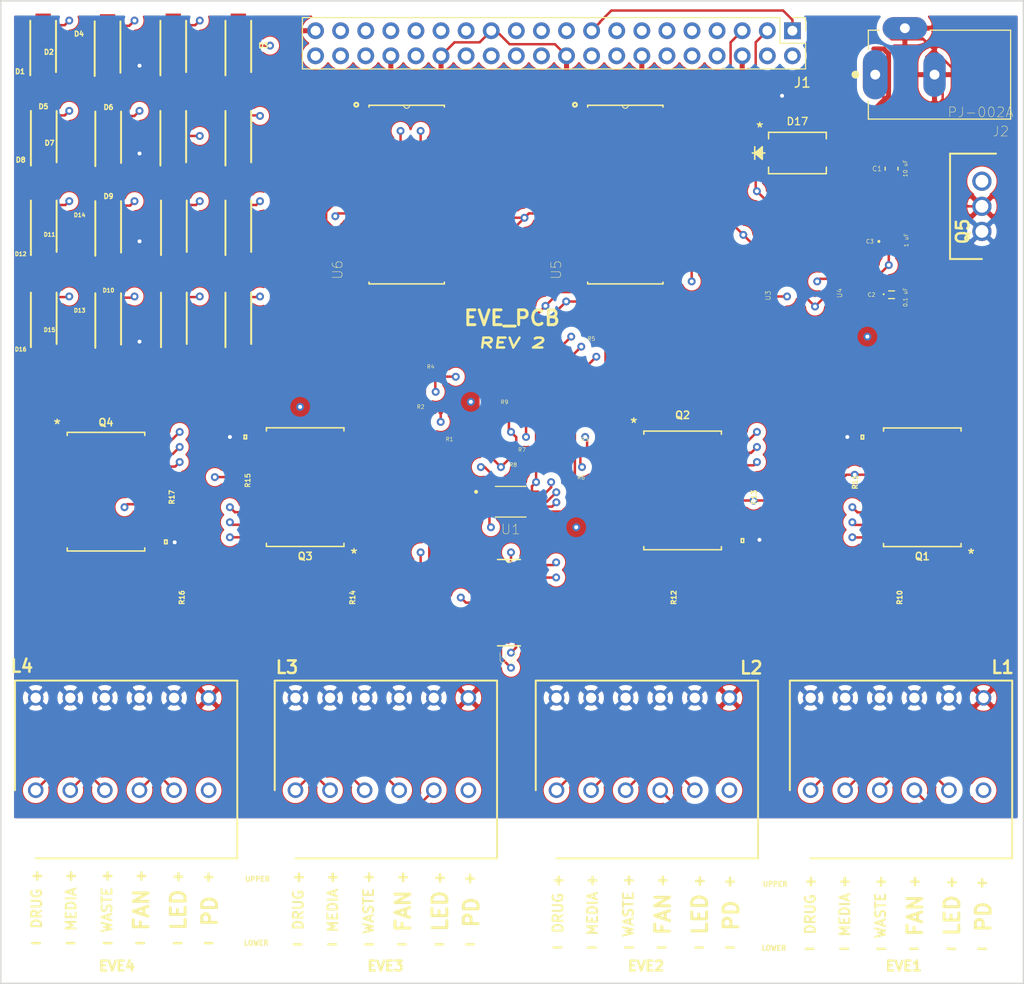
<source format=kicad_pcb>
(kicad_pcb (version 20171130) (host pcbnew 5.1.5)
  (layers (0 F.Cu signal) (1 In1.Cu power) (2 In2.Cu power) (31 B.Cu signal) (34 B.Paste user) (35 F.Paste user) (36 B.SilkS user) (37 F.SilkS user) (38 B.Mask user) (39 F.Mask user) (44 Edge.Cuts user))
  (net 0 "")
  (net 1 +12V)
  (net 2 GND)
  (net 3 +5V)
  (net 4 /DAC1/A_DRUGS1)
  (net 5 /DAC1/A_MEDIA1)
  (net 6 /DAC1/A_WASTE1)
  (net 7 /DAC1/A_SFAN1)
  (net 8 /DAC1/A_DRUGS2)
  (net 9 /DAC1/A_MEDIA2)
  (net 10 /DAC1/A_WASTE2)
  (net 11 /DAC1/A_SFAN2)
  (net 12 /DAC2/A_DRUGS3)
  (net 13 /DAC2/A_MEDIA3)
  (net 14 /DAC2/A_WASTE3)
  (net 15 /DAC2/A_SFAN3)
  (net 16 /DAC2/A_DRUGS4)
  (net 17 /DAC2/A_MEDIA4)
  (net 18 /DAC2/A_WASTE4)
  (net 19 /DAC2/A_SFAN4)
  (net 20 "Net-(D17-Pad2)")
  (net 21 +3V3)
  (net 22 "Net-(J1-Pad2)")
  (net 23 /SDA-3.3)
  (net 24 "Net-(J1-Pad4)")
  (net 25 /SCL-3.3)
  (net 26 "Net-(J1-Pad7)")
  (net 27 "Net-(J1-Pad8)")
  (net 28 "Net-(J1-Pad10)")
  (net 29 "Net-(J1-Pad11)")
  (net 30 "Net-(J1-Pad12)")
  (net 31 "Net-(J1-Pad13)")
  (net 32 "Net-(J1-Pad15)")
  (net 33 "Net-(J1-Pad16)")
  (net 34 "Net-(J1-Pad18)")
  (net 35 "Net-(J1-Pad19)")
  (net 36 "Net-(J1-Pad21)")
  (net 37 "Net-(J1-Pad22)")
  (net 38 "Net-(J1-Pad23)")
  (net 39 "Net-(J1-Pad24)")
  (net 40 "Net-(J1-Pad26)")
  (net 41 "Net-(J1-Pad27)")
  (net 42 "Net-(J1-Pad28)")
  (net 43 "Net-(J1-Pad29)")
  (net 44 "Net-(J1-Pad31)")
  (net 45 "Net-(J1-Pad32)")
  (net 46 "Net-(J1-Pad33)")
  (net 47 "Net-(J1-Pad35)")
  (net 48 "Net-(J1-Pad36)")
  (net 49 "Net-(J1-Pad37)")
  (net 50 "Net-(J1-Pad38)")
  (net 51 "Net-(J1-Pad40)")
  (net 52 /DAC1/LED1_NEG)
  (net 53 /PD1_NEG)
  (net 54 /DAC1/LED2_NEG)
  (net 55 /PD2_NEG)
  (net 56 /PD3_NEG)
  (net 57 /DAC2/LED3_NEG)
  (net 58 /PD4_NEG)
  (net 59 /DAC2/LED4_NEG)
  (net 60 /DAC1/A_LED1)
  (net 61 /DAC1/A_FAN1)
  (net 62 "Net-(Q1-Pad12)")
  (net 63 "Net-(Q1-Pad11)")
  (net 64 "Net-(Q1-Pad8)")
  (net 65 "Net-(Q1-Pad7)")
  (net 66 /DAC1/D_SFAN1)
  (net 67 /DAC1/D_FAN1)
  (net 68 /DAC1/D_LED1)
  (net 69 /DAC1/D_WASTE1)
  (net 70 /DAC1/D_MEDIA1)
  (net 71 /DAC1/D_DRUGS1)
  (net 72 /DAC1/D_DRUGS2)
  (net 73 /DAC1/D_MEDIA2)
  (net 74 /DAC1/D_WASTE2)
  (net 75 /DAC1/D_LED2)
  (net 76 /DAC1/D_FAN2)
  (net 77 /DAC1/D_SFAN2)
  (net 78 "Net-(Q2-Pad7)")
  (net 79 "Net-(Q2-Pad8)")
  (net 80 "Net-(Q2-Pad11)")
  (net 81 "Net-(Q2-Pad12)")
  (net 82 /DAC1/A_FAN2)
  (net 83 /DAC1/A_LED2)
  (net 84 /DAC2/A_LED3)
  (net 85 /DAC2/A_FAN3)
  (net 86 "Net-(Q3-Pad12)")
  (net 87 "Net-(Q3-Pad11)")
  (net 88 "Net-(Q3-Pad8)")
  (net 89 "Net-(Q3-Pad7)")
  (net 90 /DAC2/D_SFAN3)
  (net 91 /DAC2/D_FAN3)
  (net 92 /DAC2/D_LED3)
  (net 93 /DAC2/D_WASTE3)
  (net 94 /DAC2/D_MEDIA3)
  (net 95 /DAC2/D_DRUGS3)
  (net 96 /DAC2/D_DRUGS4)
  (net 97 /DAC2/D_MEDIA4)
  (net 98 /DAC2/D_WASTE4)
  (net 99 /DAC2/D_LED4)
  (net 100 /DAC2/D_FAN4)
  (net 101 /DAC2/D_SFAN4)
  (net 102 "Net-(Q4-Pad7)")
  (net 103 "Net-(Q4-Pad8)")
  (net 104 "Net-(Q4-Pad11)")
  (net 105 "Net-(Q4-Pad12)")
  (net 106 /DAC2/A_FAN4)
  (net 107 /DAC2/A_LED4)
  (net 108 /AIN0)
  (net 109 /AIN1)
  (net 110 /AIN2)
  (net 111 /AIN3)
  (net 112 /SCL)
  (net 113 "Net-(R7-Pad2)")
  (net 114 /SDA)
  (net 115 "Net-(U5-Pad28)")
  (net 116 "Net-(U5-Pad27)")
  (net 117 "Net-(U5-Pad20)")
  (net 118 "Net-(U5-Pad19)")
  (net 119 "Net-(U5-Pad8)")
  (net 120 "Net-(U5-Pad7)")
  (net 121 "Net-(U6-Pad7)")
  (net 122 "Net-(U6-Pad8)")
  (net 123 "Net-(U6-Pad19)")
  (net 124 "Net-(U6-Pad20)")
  (net 125 "Net-(U6-Pad27)")
  (net 126 "Net-(U6-Pad28)")
  (module MCP23017T-E_SO:SOIC127P1030X265-28N (layer F.Cu) (at 128.636231 53.690846)
    (fp_text reference U6 (at -7 7.62 270) (layer F.SilkS) (effects (font (thickness 0.05))))
    (fp_text value MCP23017T-E_SO hide)
    (pad 28 smd rect (at 4.61 -8.255) (size 1.91 0.6) (layers F.Cu F.Paste F.Mask) (net 126 "Net-(U6-Pad28)"))
    (pad 27 smd rect (at 4.61 -6.985) (size 1.91 0.6) (layers F.Cu F.Paste F.Mask) (net 125 "Net-(U6-Pad27)"))
    (pad 26 smd rect (at 4.61 -5.715) (size 1.91 0.6) (layers F.Cu F.Paste F.Mask) (net 90 /DAC2/D_SFAN3))
    (pad 25 smd rect (at 4.61 -4.445) (size 1.91 0.6) (layers F.Cu F.Paste F.Mask) (net 91 /DAC2/D_FAN3))
    (pad 24 smd rect (at 4.61 -3.175) (size 1.91 0.6) (layers F.Cu F.Paste F.Mask) (net 92 /DAC2/D_LED3))
    (pad 23 smd rect (at 4.61 -1.905) (size 1.91 0.6) (layers F.Cu F.Paste F.Mask) (net 93 /DAC2/D_WASTE3))
    (pad 22 smd rect (at 4.61 -0.635) (size 1.91 0.6) (layers F.Cu F.Paste F.Mask) (net 94 /DAC2/D_MEDIA3))
    (pad 21 smd rect (at 4.61 0.635) (size 1.91 0.6) (layers F.Cu F.Paste F.Mask) (net 95 /DAC2/D_DRUGS3))
    (pad 20 smd rect (at 4.61 1.905) (size 1.91 0.6) (layers F.Cu F.Paste F.Mask) (net 124 "Net-(U6-Pad20)"))
    (pad 19 smd rect (at 4.61 3.175) (size 1.91 0.6) (layers F.Cu F.Paste F.Mask) (net 123 "Net-(U6-Pad19)"))
    (pad 18 smd rect (at 4.61 4.445) (size 1.91 0.6) (layers F.Cu F.Paste F.Mask) (net 3 +5V))
    (pad 17 smd rect (at 4.61 5.715) (size 1.91 0.6) (layers F.Cu F.Paste F.Mask) (net 2 GND))
    (pad 16 smd rect (at 4.61 6.985) (size 1.91 0.6) (layers F.Cu F.Paste F.Mask) (net 2 GND))
    (pad 15 smd rect (at 4.61 8.255) (size 1.91 0.6) (layers F.Cu F.Paste F.Mask) (net 3 +5V))
    (pad 14 smd rect (at -4.61 8.255) (size 1.91 0.6) (layers F.Cu F.Paste F.Mask))
    (pad 13 smd rect (at -4.61 6.985) (size 1.91 0.6) (layers F.Cu F.Paste F.Mask) (net 114 /SDA))
    (pad 12 smd rect (at -4.61 5.715) (size 1.91 0.6) (layers F.Cu F.Paste F.Mask) (net 112 /SCL))
    (pad 11 smd rect (at -4.61 4.445) (size 1.91 0.6) (layers F.Cu F.Paste F.Mask))
    (pad 10 smd rect (at -4.61 3.175) (size 1.91 0.6) (layers F.Cu F.Paste F.Mask) (net 2 GND))
    (pad 9 smd rect (at -4.61 1.905) (size 1.91 0.6) (layers F.Cu F.Paste F.Mask) (net 3 +5V))
    (pad 8 smd rect (at -4.61 0.635) (size 1.91 0.6) (layers F.Cu F.Paste F.Mask) (net 122 "Net-(U6-Pad8)"))
    (pad 7 smd rect (at -4.61 -0.635) (size 1.91 0.6) (layers F.Cu F.Paste F.Mask) (net 121 "Net-(U6-Pad7)"))
    (pad 6 smd rect (at -4.61 -1.905) (size 1.91 0.6) (layers F.Cu F.Paste F.Mask) (net 101 /DAC2/D_SFAN4))
    (pad 5 smd rect (at -4.61 -3.175) (size 1.91 0.6) (layers F.Cu F.Paste F.Mask) (net 100 /DAC2/D_FAN4))
    (pad 4 smd rect (at -4.61 -4.445) (size 1.91 0.6) (layers F.Cu F.Paste F.Mask) (net 99 /DAC2/D_LED4))
    (pad 3 smd rect (at -4.61 -5.715) (size 1.91 0.6) (layers F.Cu F.Paste F.Mask) (net 98 /DAC2/D_WASTE4))
    (pad 2 smd rect (at -4.61 -6.985) (size 1.91 0.6) (layers F.Cu F.Paste F.Mask) (net 97 /DAC2/D_MEDIA4))
    (pad 1 smd rect (at -4.61 -8.255) (size 1.91 0.6) (layers F.Cu F.Paste F.Mask) (net 96 /DAC2/D_DRUGS4))
  )
  (module GRM21BR61E106MA73L:CAPC2012X135N (layer F.Cu) (at 177.706346 51.071269 90)
    (fp_text reference C1 (at 0 -1.47 180) (layer F.SilkS) (effects (font (size 0.5 0.5) (thickness 0.05))))
    (fp_text value "10 uF" (at 0.03 1.397 90) (layer F.SilkS) (effects (font (size 0.4 0.4) (thickness 0.05))))
    (pad 2 smd rect (at 0.95 0 90) (size 1.3 1.5) (layers F.Cu F.Paste F.Mask) (net 2 GND))
    (pad 1 smd rect (at -0.95 0 90) (size 1.3 1.5) (layers F.Cu F.Paste F.Mask) (net 1 +12V))
  )
  (module GRM0335C1E101JA01D:CAPC0603X39N (layer F.Cu) (at 177.706346 63.832269)
    (fp_text reference C2 (at -2.032 0) (layer F.SilkS) (effects (font (size 0.4 0.4) (thickness 0.05))))
    (fp_text value "0.1 uF" (at 1.397 0.254 90) (layer F.SilkS) (effects (font (size 0.4 0.4) (thickness 0.05))))
    (pad 2 smd rect (at 0.28 0) (size 0.41 0.42) (layers F.Cu F.Paste F.Mask) (net 2 GND))
    (pad 1 smd rect (at -0.28 0) (size 0.41 0.42) (layers F.Cu F.Paste F.Mask) (net 3 +5V))
  )
  (module footprints:GRM033R71E102KA01D (layer F.Cu) (at 177.769846 58.434769)
    (fp_text reference C3 (at -2.258237 0 180) (layer F.SilkS) (effects (font (size 0.4 0.4) (thickness 0.05))))
    (fp_text value "1 uF" (at 1.424763 -0.127 90) (layer F.SilkS) (effects (font (size 0.4 0.4) (thickness 0.05))))
    (pad 2 smd rect (at 0.3048 0) (size 0.4064 0.3048) (layers F.Cu F.Paste F.Mask) (net 2 GND))
    (pad 1 smd rect (at -0.3048 0) (size 0.4064 0.3048) (layers F.Cu F.Paste F.Mask) (net 3 +5V))
  )
  (module SamacSys_Parts:B160-13-F (layer F.Cu) (at 91.842846 38.688269 90)
    (fp_text reference D1 (at -2.538 -2.338 180) (layer F.SilkS) (effects (font (size 0.5 0.5) (thickness 0.125))))
    (fp_text value BAT43 hide)
    (pad 2 smd rect (at 2.15 0 180) (size 1.55 2.35) (layers F.Cu F.Paste) (net 4 /DAC1/A_DRUGS1))
    (pad 1 smd rect (at -2.15 0 180) (size 1.55 2.35) (layers F.Cu F.Paste) (net 1 +12V))
  )
  (module SamacSys_Parts:B160-13-F (layer F.Cu) (at 98.363846 38.751769 90)
    (fp_text reference D2 (at -0.506 -5.938 180) (layer F.SilkS) (effects (font (size 0.5 0.5) (thickness 0.125))))
    (fp_text value BAT43 hide)
    (pad 2 smd rect (at 2.15 0 180) (size 1.55 2.35) (layers F.Cu F.Paste) (net 5 /DAC1/A_MEDIA1))
    (pad 1 smd rect (at -2.15 0 180) (size 1.55 2.35) (layers F.Cu F.Paste) (net 1 +12V))
  )
  (module SamacSys_Parts:B160-13-F (layer F.Cu) (at 111.596346 38.688269 90)
    (fp_text reference D3 (at 0.080269 2.54 180) (layer F.SilkS) (effects (font (size 0.5 0.5) (thickness 0.125))))
    (fp_text value BAT43 hide)
    (pad 2 smd rect (at 2.15 0 180) (size 1.55 2.35) (layers F.Cu F.Paste) (net 6 /DAC1/A_WASTE1))
    (pad 1 smd rect (at -2.15 0 180) (size 1.55 2.35) (layers F.Cu F.Paste) (net 1 +12V))
  )
  (module SamacSys_Parts:B160-13-F (layer F.Cu) (at 105.011846 38.688269 90)
    (fp_text reference D4 (at 1.272 -9.538 180) (layer F.SilkS) (effects (font (size 0.5 0.5) (thickness 0.125))))
    (fp_text value BAT43 hide)
    (pad 2 smd rect (at 2.15 0 180) (size 1.55 2.35) (layers F.Cu F.Paste) (net 7 /DAC1/A_SFAN1))
    (pad 1 smd rect (at -2.15 0 180) (size 1.55 2.35) (layers F.Cu F.Paste) (net 1 +12V))
  )
  (module SamacSys_Parts:B160-13-F (layer F.Cu) (at 105.011846 47.821769 90)
    (fp_text reference D5 (at 3.05 -13.138 180) (layer F.SilkS) (effects (font (size 0.5 0.5) (thickness 0.125))))
    (fp_text value BAT43 hide)
    (pad 2 smd rect (at 2.15 0 180) (size 1.55 2.35) (layers F.Cu F.Paste) (net 8 /DAC1/A_DRUGS2))
    (pad 1 smd rect (at -2.15 0 180) (size 1.55 2.35) (layers F.Cu F.Paste) (net 1 +12V))
  )
  (module SamacSys_Parts:B160-13-F (layer F.Cu) (at 111.596346 47.821769 90)
    (fp_text reference D6 (at 2.976 -13.138 180) (layer F.SilkS) (effects (font (size 0.5 0.5) (thickness 0.125))))
    (fp_text value BAT43 hide)
    (pad 2 smd rect (at 2.15 0 180) (size 1.55 2.35) (layers F.Cu F.Paste) (net 9 /DAC1/A_MEDIA2))
    (pad 1 smd rect (at -2.15 0 180) (size 1.55 2.35) (layers F.Cu F.Paste) (net 1 +12V))
  )
  (module SamacSys_Parts:B160-13-F (layer F.Cu) (at 98.427346 47.885269 90)
    (fp_text reference D7 (at -0.58 -5.938 180) (layer F.SilkS) (effects (font (size 0.5 0.5) (thickness 0.125))))
    (fp_text value BAT43 hide)
    (pad 2 smd rect (at 2.15 0 180) (size 1.55 2.35) (layers F.Cu F.Paste) (net 10 /DAC1/A_WASTE2))
    (pad 1 smd rect (at -2.15 0 180) (size 1.55 2.35) (layers F.Cu F.Paste) (net 1 +12V))
  )
  (module SamacSys_Parts:B160-13-F (layer F.Cu) (at 91.906346 47.821769 90)
    (fp_text reference D8 (at -2.358 -2.338 180) (layer F.SilkS) (effects (font (size 0.5 0.5) (thickness 0.125))))
    (fp_text value BAT43 hide)
    (pad 2 smd rect (at 2.15 0 180) (size 1.55 2.35) (layers F.Cu F.Paste) (net 11 /DAC1/A_SFAN2))
    (pad 1 smd rect (at -2.15 0 180) (size 1.55 2.35) (layers F.Cu F.Paste) (net 1 +12V))
  )
  (module SamacSys_Parts:B160-13-F (layer F.Cu) (at 111.596346 56.891769 90)
    (fp_text reference D9 (at 3.029 -13.138 180) (layer F.SilkS) (effects (font (size 0.5 0.5) (thickness 0.125))))
    (fp_text value BAT43 hide)
    (pad 2 smd rect (at 2.15 0 180) (size 1.55 2.35) (layers F.Cu F.Paste) (net 12 /DAC2/A_DRUGS3))
    (pad 1 smd rect (at -2.15 0 180) (size 1.55 2.35) (layers F.Cu F.Paste) (net 1 +12V))
  )
  (module SamacSys_Parts:B160-13-F (layer F.Cu) (at 111.596346 66.215769 90)
    (fp_text reference D10 (at 2.828 -13.138 180) (layer F.SilkS) (effects (font (size 0.4 0.4) (thickness 0.1))))
    (fp_text value BAT43 hide)
    (pad 2 smd rect (at 2.15 0 180) (size 1.55 2.35) (layers F.Cu F.Paste) (net 13 /DAC2/A_MEDIA3))
    (pad 1 smd rect (at -2.15 0 180) (size 1.55 2.35) (layers F.Cu F.Paste) (net 1 +12V))
  )
  (module SamacSys_Parts:B160-13-F (layer F.Cu) (at 98.427346 56.955269 90)
    (fp_text reference D11 (at -0.781 -5.938 180) (layer F.SilkS) (effects (font (size 0.4 0.4) (thickness 0.1))))
    (fp_text value BAT43 hide)
    (pad 2 smd rect (at 2.15 0 180) (size 1.55 2.35) (layers F.Cu F.Paste) (net 14 /DAC2/A_WASTE3))
    (pad 1 smd rect (at -2.15 0 180) (size 1.55 2.35) (layers F.Cu F.Paste) (net 1 +12V))
  )
  (module SamacSys_Parts:B160-13-F (layer F.Cu) (at 91.906346 56.891769 90)
    (fp_text reference D12 (at -2.813 -2.338 180) (layer F.SilkS) (effects (font (size 0.4 0.4) (thickness 0.1))))
    (fp_text value BAT43 hide)
    (pad 2 smd rect (at 2.15 0 180) (size 1.55 2.35) (layers F.Cu F.Paste) (net 15 /DAC2/A_SFAN3))
    (pad 1 smd rect (at -2.15 0 180) (size 1.55 2.35) (layers F.Cu F.Paste) (net 1 +12V))
  )
  (module SamacSys_Parts:B160-13-F (layer F.Cu) (at 105.075346 66.215769 90)
    (fp_text reference D13 (at 0.796 -9.538 180) (layer F.SilkS) (effects (font (size 0.4 0.4) (thickness 0.1))))
    (fp_text value BAT43 hide)
    (pad 2 smd rect (at 2.15 0 180) (size 1.55 2.35) (layers F.Cu F.Paste) (net 16 /DAC2/A_DRUGS4))
    (pad 1 smd rect (at -2.15 0 180) (size 1.55 2.35) (layers F.Cu F.Paste) (net 1 +12V))
  )
  (module SamacSys_Parts:B160-13-F (layer F.Cu) (at 105.075346 56.891769 90)
    (fp_text reference D14 (at 1.124 -9.538 180) (layer F.SilkS) (effects (font (size 0.4 0.4) (thickness 0.1))))
    (fp_text value BAT43 hide)
    (pad 2 smd rect (at 2.15 0 180) (size 1.55 2.35) (layers F.Cu F.Paste) (net 17 /DAC2/A_MEDIA4))
    (pad 1 smd rect (at -2.15 0 180) (size 1.55 2.35) (layers F.Cu F.Paste) (net 1 +12V))
  )
  (module SamacSys_Parts:B160-13-F (layer F.Cu) (at 98.427346 66.279269 90)
    (fp_text reference D15 (at -1.109 -5.938 180) (layer F.SilkS) (effects (font (size 0.4 0.4) (thickness 0.1))))
    (fp_text value BAT43 hide)
    (pad 2 smd rect (at 2.15 0 180) (size 1.55 2.35) (layers F.Cu F.Paste) (net 18 /DAC2/A_WASTE4))
    (pad 1 smd rect (at -2.15 0 180) (size 1.55 2.35) (layers F.Cu F.Paste) (net 1 +12V))
  )
  (module SamacSys_Parts:B160-13-F (layer F.Cu) (at 91.906346 66.215769 90)
    (fp_text reference D16 (at -3.141 -2.338 180) (layer F.SilkS) (effects (font (size 0.4 0.4) (thickness 0.1))))
    (fp_text value BAT43 hide)
    (pad 2 smd rect (at 2.15 0 180) (size 1.55 2.35) (layers F.Cu F.Paste) (net 19 /DAC2/A_SFAN4))
    (pad 1 smd rect (at -2.15 0 180) (size 1.55 2.35) (layers F.Cu F.Paste) (net 1 +12V))
  )
  (module footprints:S1KB-13-F (layer F.Cu) (at 168.181346 49.481269)
    (fp_text reference D17 (at 0 -3.2) (layer F.SilkS) (effects (font (size 0.75 0.75) (thickness 0.125))))
    (fp_text value S1KB hide)
    (fp_text user * (at -3.81 -2.54) (layer F.SilkS))
    (pad 2 smd rect (at 1.8572 0 90) (size 2.21 2.1804) (layers F.Cu F.Paste F.Mask) (net 20 "Net-(D17-Pad2)"))
    (pad 1 smd rect (at -1.8572 0 90) (size 2.21 2.1804) (layers F.Cu F.Paste F.Mask) (net 1 +12V))
  )
  (module Connector_PinHeader_2.54mm:PinHeader_2x20_P2.54mm_Vertical (layer F.Cu) (at 167.673346 37.098769 270)
    (fp_text reference J1 (at 5.25 -1) (layer F.SilkS))
    (fp_text value Raspberry_Pi_2_3)
    (pad 40 thru_hole oval (at 2.54 48.26 270) (size 1.7 1.7) (drill 1) (layers *.Cu *.Mask) (net 51 "Net-(J1-Pad40)"))
    (pad 39 thru_hole oval (at 0 48.26 270) (size 1.7 1.7) (drill 1) (layers *.Cu *.Mask) (net 2 GND))
    (pad 38 thru_hole oval (at 2.54 45.72 270) (size 1.7 1.7) (drill 1) (layers *.Cu *.Mask) (net 50 "Net-(J1-Pad38)"))
    (pad 37 thru_hole oval (at 0 45.72 270) (size 1.7 1.7) (drill 1) (layers *.Cu *.Mask) (net 49 "Net-(J1-Pad37)"))
    (pad 36 thru_hole oval (at 2.54 43.18 270) (size 1.7 1.7) (drill 1) (layers *.Cu *.Mask) (net 48 "Net-(J1-Pad36)"))
    (pad 35 thru_hole oval (at 0 43.18 270) (size 1.7 1.7) (drill 1) (layers *.Cu *.Mask) (net 47 "Net-(J1-Pad35)"))
    (pad 34 thru_hole oval (at 2.54 40.64 270) (size 1.7 1.7) (drill 1) (layers *.Cu *.Mask) (net 2 GND))
    (pad 33 thru_hole oval (at 0 40.64 270) (size 1.7 1.7) (drill 1) (layers *.Cu *.Mask) (net 46 "Net-(J1-Pad33)"))
    (pad 32 thru_hole oval (at 2.54 38.1 270) (size 1.7 1.7) (drill 1) (layers *.Cu *.Mask) (net 45 "Net-(J1-Pad32)"))
    (pad 31 thru_hole oval (at 0 38.1 270) (size 1.7 1.7) (drill 1) (layers *.Cu *.Mask) (net 44 "Net-(J1-Pad31)"))
    (pad 30 thru_hole oval (at 2.54 35.56 270) (size 1.7 1.7) (drill 1) (layers *.Cu *.Mask) (net 2 GND))
    (pad 29 thru_hole oval (at 0 35.56 270) (size 1.7 1.7) (drill 1) (layers *.Cu *.Mask) (net 43 "Net-(J1-Pad29)"))
    (pad 28 thru_hole oval (at 2.54 33.02 270) (size 1.7 1.7) (drill 1) (layers *.Cu *.Mask) (net 42 "Net-(J1-Pad28)"))
    (pad 27 thru_hole oval (at 0 33.02 270) (size 1.7 1.7) (drill 1) (layers *.Cu *.Mask) (net 41 "Net-(J1-Pad27)"))
    (pad 26 thru_hole oval (at 2.54 30.48 270) (size 1.7 1.7) (drill 1) (layers *.Cu *.Mask) (net 40 "Net-(J1-Pad26)"))
    (pad 25 thru_hole oval (at 0 30.48 270) (size 1.7 1.7) (drill 1) (layers *.Cu *.Mask) (net 2 GND))
    (pad 24 thru_hole oval (at 2.54 27.94 270) (size 1.7 1.7) (drill 1) (layers *.Cu *.Mask) (net 39 "Net-(J1-Pad24)"))
    (pad 23 thru_hole oval (at 0 27.94 270) (size 1.7 1.7) (drill 1) (layers *.Cu *.Mask) (net 38 "Net-(J1-Pad23)"))
    (pad 22 thru_hole oval (at 2.54 25.4 270) (size 1.7 1.7) (drill 1) (layers *.Cu *.Mask) (net 37 "Net-(J1-Pad22)"))
    (pad 21 thru_hole oval (at 0 25.4 270) (size 1.7 1.7) (drill 1) (layers *.Cu *.Mask) (net 36 "Net-(J1-Pad21)"))
    (pad 20 thru_hole oval (at 2.54 22.86 270) (size 1.7 1.7) (drill 1) (layers *.Cu *.Mask) (net 2 GND))
    (pad 19 thru_hole oval (at 0 22.86 270) (size 1.7 1.7) (drill 1) (layers *.Cu *.Mask) (net 35 "Net-(J1-Pad19)"))
    (pad 18 thru_hole oval (at 2.54 20.32 270) (size 1.7 1.7) (drill 1) (layers *.Cu *.Mask) (net 34 "Net-(J1-Pad18)"))
    (pad 17 thru_hole oval (at 0 20.32 270) (size 1.7 1.7) (drill 1) (layers *.Cu *.Mask) (net 21 +3V3))
    (pad 16 thru_hole oval (at 2.54 17.78 270) (size 1.7 1.7) (drill 1) (layers *.Cu *.Mask) (net 33 "Net-(J1-Pad16)"))
    (pad 15 thru_hole oval (at 0 17.78 270) (size 1.7 1.7) (drill 1) (layers *.Cu *.Mask) (net 32 "Net-(J1-Pad15)"))
    (pad 14 thru_hole oval (at 2.54 15.24 270) (size 1.7 1.7) (drill 1) (layers *.Cu *.Mask) (net 2 GND))
    (pad 13 thru_hole oval (at 0 15.24 270) (size 1.7 1.7) (drill 1) (layers *.Cu *.Mask) (net 31 "Net-(J1-Pad13)"))
    (pad 12 thru_hole oval (at 2.54 12.7 270) (size 1.7 1.7) (drill 1) (layers *.Cu *.Mask) (net 30 "Net-(J1-Pad12)"))
    (pad 11 thru_hole oval (at 0 12.7 270) (size 1.7 1.7) (drill 1) (layers *.Cu *.Mask) (net 29 "Net-(J1-Pad11)"))
    (pad 10 thru_hole oval (at 2.54 10.16 270) (size 1.7 1.7) (drill 1) (layers *.Cu *.Mask) (net 28 "Net-(J1-Pad10)"))
    (pad 9 thru_hole oval (at 0 10.16 270) (size 1.7 1.7) (drill 1) (layers *.Cu *.Mask) (net 2 GND))
    (pad 8 thru_hole oval (at 2.54 7.62 270) (size 1.7 1.7) (drill 1) (layers *.Cu *.Mask) (net 27 "Net-(J1-Pad8)"))
    (pad 7 thru_hole oval (at 0 7.62 270) (size 1.7 1.7) (drill 1) (layers *.Cu *.Mask) (net 26 "Net-(J1-Pad7)"))
    (pad 6 thru_hole oval (at 2.54 5.08 270) (size 1.7 1.7) (drill 1) (layers *.Cu *.Mask) (net 2 GND))
    (pad 5 thru_hole oval (at 0 5.08 270) (size 1.7 1.7) (drill 1) (layers *.Cu *.Mask) (net 25 /SCL-3.3))
    (pad 4 thru_hole oval (at 2.54 2.54 270) (size 1.7 1.7) (drill 1) (layers *.Cu *.Mask) (net 24 "Net-(J1-Pad4)"))
    (pad 3 thru_hole oval (at 0 2.54 270) (size 1.7 1.7) (drill 1) (layers *.Cu *.Mask) (net 23 /SDA-3.3))
    (pad 2 thru_hole oval (at 2.54 0 270) (size 1.7 1.7) (drill 1) (layers *.Cu *.Mask) (net 22 "Net-(J1-Pad2)"))
    (pad 1 thru_hole rect (at 0 0 270) (size 1.7 1.7) (drill 1) (layers *.Cu *.Mask) (net 21 +3V3))
  )
  (module PJ-002A:CUI_PJ-002A (layer F.Cu) (at 176.055346 41.543769)
    (fp_text reference J2 (at 12.7 5.75) (layer F.SilkS) (effects (font (size 1.00083 1.00083) (thickness 0.05))))
    (fp_text value PJ-002A (at 10.668 3.81) (layer F.SilkS) (effects (font (size 1.00118 1.00118) (thickness 0.05))))
    (fp_line (start 4.5 -4.2) (end 1.5 -4.2) (layer Edge.Cuts) (width 0.0001))
    (fp_line (start 4.5 -5.2) (end 4.5 -4.2) (layer Edge.Cuts) (width 0.0001))
    (fp_line (start 1.5 -5.2) (end 4.5 -5.2) (layer Edge.Cuts) (width 0.0001))
    (fp_line (start 1.5 -4.2) (end 1.5 -5.2) (layer Edge.Cuts) (width 0.0001))
    (fp_line (start 6.5 -1.5) (end 6.5 1.5) (layer Edge.Cuts) (width 0.0001))
    (fp_line (start 5.5 -1.5) (end 6.5 -1.5) (layer Edge.Cuts) (width 0.0001))
    (fp_line (start 5.5 1.5) (end 5.5 -1.5) (layer Edge.Cuts) (width 0.0001))
    (fp_line (start 6.5 1.5) (end 5.5 1.5) (layer Edge.Cuts) (width 0.0001))
    (fp_line (start 0.5 -1.75) (end 0.5 1.75) (layer Edge.Cuts) (width 0.0001))
    (fp_line (start -0.5 -1.75) (end 0.5 -1.75) (layer Edge.Cuts) (width 0.0001))
    (fp_line (start -0.5 1.75) (end -0.5 -1.75) (layer Edge.Cuts) (width 0.0001))
    (fp_line (start 0.5 1.75) (end -0.5 1.75) (layer Edge.Cuts) (width 0.0001))
    (pad 3 thru_hole oval (at 3 -4.7 180) (size 4.5 2.25) (drill 1) (layers *.Cu *.Mask) (net 2 GND))
    (pad 2 thru_hole oval (at 6 0 90) (size 4.5 2.25) (drill 1) (layers *.Cu *.Mask) (net 2 GND))
    (pad 1 thru_hole oval (at 0 0 90) (size 5 2.5) (drill 1) (layers *.Cu *.Mask) (net 20 "Net-(D17-Pad2)"))
  )
  (module SamacSys_Parts:1841539 (layer F.Cu) (at 169.514846 114)
    (fp_text reference L1 (at 19.431 -12.446 unlocked) (layer F.SilkS) (effects (font (size 1.27 1.27) (thickness 0.254))))
    (fp_text value 1841539 hide)
    (pad 12 thru_hole circle (at 17.5 -9.35) (size 1.575 1.575) (drill 1.05) (layers *.Cu *.Mask) (net 2 GND))
    (pad 6 thru_hole circle (at 17.5 0) (size 1.575 1.575) (drill 1.05) (layers *.Cu *.Mask) (net 53 /PD1_NEG))
    (pad 11 thru_hole circle (at 14 -9.35) (size 1.575 1.575) (drill 1.05) (layers *.Cu *.Mask) (net 1 +12V))
    (pad 5 thru_hole circle (at 14 0) (size 1.575 1.575) (drill 1.05) (layers *.Cu *.Mask) (net 52 /DAC1/LED1_NEG))
    (pad 10 thru_hole circle (at 10.5 -9.35) (size 1.575 1.575) (drill 1.05) (layers *.Cu *.Mask) (net 1 +12V))
    (pad 4 thru_hole circle (at 10.5 0) (size 1.575 1.575) (drill 1.05) (layers *.Cu *.Mask) (net 7 /DAC1/A_SFAN1))
    (pad 9 thru_hole circle (at 7 -9.35) (size 1.575 1.575) (drill 1.05) (layers *.Cu *.Mask) (net 1 +12V))
    (pad 3 thru_hole circle (at 7 0) (size 1.575 1.575) (drill 1.05) (layers *.Cu *.Mask) (net 6 /DAC1/A_WASTE1))
    (pad 8 thru_hole circle (at 3.5 -9.35) (size 1.575 1.575) (drill 1.05) (layers *.Cu *.Mask) (net 1 +12V))
    (pad 2 thru_hole circle (at 3.5 0) (size 1.575 1.575) (drill 1.05) (layers *.Cu *.Mask) (net 5 /DAC1/A_MEDIA1))
    (pad 7 thru_hole circle (at 0 -9.35) (size 1.575 1.575) (drill 1.05) (layers *.Cu *.Mask) (net 1 +12V))
    (pad 1 thru_hole circle (at 0 0) (size 1.575 1.575) (drill 1.05) (layers *.Cu *.Mask) (net 4 /DAC1/A_DRUGS1))
  )
  (module SamacSys_Parts:1841539 (layer F.Cu) (at 143.797346 114)
    (fp_text reference L2 (at 19.715154 -12.4) (layer F.SilkS) (effects (font (size 1.27 1.27) (thickness 0.254))))
    (fp_text value 1841539 hide)
    (pad 12 thru_hole circle (at 17.5 -9.35) (size 1.575 1.575) (drill 1.05) (layers *.Cu *.Mask) (net 2 GND))
    (pad 6 thru_hole circle (at 17.5 0) (size 1.575 1.575) (drill 1.05) (layers *.Cu *.Mask) (net 55 /PD2_NEG))
    (pad 11 thru_hole circle (at 14 -9.35) (size 1.575 1.575) (drill 1.05) (layers *.Cu *.Mask) (net 1 +12V))
    (pad 5 thru_hole circle (at 14 0) (size 1.575 1.575) (drill 1.05) (layers *.Cu *.Mask) (net 54 /DAC1/LED2_NEG))
    (pad 10 thru_hole circle (at 10.5 -9.35) (size 1.575 1.575) (drill 1.05) (layers *.Cu *.Mask) (net 1 +12V))
    (pad 4 thru_hole circle (at 10.5 0) (size 1.575 1.575) (drill 1.05) (layers *.Cu *.Mask) (net 11 /DAC1/A_SFAN2))
    (pad 9 thru_hole circle (at 7 -9.35) (size 1.575 1.575) (drill 1.05) (layers *.Cu *.Mask) (net 1 +12V))
    (pad 3 thru_hole circle (at 7 0) (size 1.575 1.575) (drill 1.05) (layers *.Cu *.Mask) (net 10 /DAC1/A_WASTE2))
    (pad 8 thru_hole circle (at 3.5 -9.35) (size 1.575 1.575) (drill 1.05) (layers *.Cu *.Mask) (net 1 +12V))
    (pad 2 thru_hole circle (at 3.5 0) (size 1.575 1.575) (drill 1.05) (layers *.Cu *.Mask) (net 9 /DAC1/A_MEDIA2))
    (pad 7 thru_hole circle (at 0 -9.35) (size 1.575 1.575) (drill 1.05) (layers *.Cu *.Mask) (net 1 +12V))
    (pad 1 thru_hole circle (at 0 0) (size 1.575 1.575) (drill 1.05) (layers *.Cu *.Mask) (net 8 /DAC1/A_DRUGS2))
  )
  (module SamacSys_Parts:1841539 (layer F.Cu) (at 117.381346 114)
    (fp_text reference L3 (at -0.858846 -12.446) (layer F.SilkS) (effects (font (size 1.27 1.27) (thickness 0.254))))
    (fp_text value 1841539 hide)
    (pad 12 thru_hole circle (at 17.5 -9.35) (size 1.575 1.575) (drill 1.05) (layers *.Cu *.Mask) (net 2 GND))
    (pad 6 thru_hole circle (at 17.5 0) (size 1.575 1.575) (drill 1.05) (layers *.Cu *.Mask) (net 56 /PD3_NEG))
    (pad 11 thru_hole circle (at 14 -9.35) (size 1.575 1.575) (drill 1.05) (layers *.Cu *.Mask) (net 1 +12V))
    (pad 5 thru_hole circle (at 14 0) (size 1.575 1.575) (drill 1.05) (layers *.Cu *.Mask) (net 57 /DAC2/LED3_NEG))
    (pad 10 thru_hole circle (at 10.5 -9.35) (size 1.575 1.575) (drill 1.05) (layers *.Cu *.Mask) (net 1 +12V))
    (pad 4 thru_hole circle (at 10.5 0) (size 1.575 1.575) (drill 1.05) (layers *.Cu *.Mask) (net 15 /DAC2/A_SFAN3))
    (pad 9 thru_hole circle (at 7 -9.35) (size 1.575 1.575) (drill 1.05) (layers *.Cu *.Mask) (net 1 +12V))
    (pad 3 thru_hole circle (at 7 0) (size 1.575 1.575) (drill 1.05) (layers *.Cu *.Mask) (net 14 /DAC2/A_WASTE3))
    (pad 8 thru_hole circle (at 3.5 -9.35) (size 1.575 1.575) (drill 1.05) (layers *.Cu *.Mask) (net 1 +12V))
    (pad 2 thru_hole circle (at 3.5 0) (size 1.575 1.575) (drill 1.05) (layers *.Cu *.Mask) (net 13 /DAC2/A_MEDIA3))
    (pad 7 thru_hole circle (at 0 -9.35) (size 1.575 1.575) (drill 1.05) (layers *.Cu *.Mask) (net 1 +12V))
    (pad 1 thru_hole circle (at 0 0) (size 1.575 1.575) (drill 1.05) (layers *.Cu *.Mask) (net 12 /DAC2/A_DRUGS3))
  )
  (module SamacSys_Parts:1841539 (layer F.Cu) (at 91.092346 114)
    (fp_text reference L4 (at -1.397 -12.573) (layer F.SilkS) (effects (font (size 1.27 1.27) (thickness 0.254))))
    (fp_text value 1841539 hide)
    (pad 12 thru_hole circle (at 17.5 -9.35) (size 1.575 1.575) (drill 1.05) (layers *.Cu *.Mask) (net 2 GND))
    (pad 6 thru_hole circle (at 17.5 0) (size 1.575 1.575) (drill 1.05) (layers *.Cu *.Mask) (net 58 /PD4_NEG))
    (pad 11 thru_hole circle (at 14 -9.35) (size 1.575 1.575) (drill 1.05) (layers *.Cu *.Mask) (net 1 +12V))
    (pad 5 thru_hole circle (at 14 0) (size 1.575 1.575) (drill 1.05) (layers *.Cu *.Mask) (net 59 /DAC2/LED4_NEG))
    (pad 10 thru_hole circle (at 10.5 -9.35) (size 1.575 1.575) (drill 1.05) (layers *.Cu *.Mask) (net 1 +12V))
    (pad 4 thru_hole circle (at 10.5 0) (size 1.575 1.575) (drill 1.05) (layers *.Cu *.Mask) (net 19 /DAC2/A_SFAN4))
    (pad 9 thru_hole circle (at 7 -9.35) (size 1.575 1.575) (drill 1.05) (layers *.Cu *.Mask) (net 1 +12V))
    (pad 3 thru_hole circle (at 7 0) (size 1.575 1.575) (drill 1.05) (layers *.Cu *.Mask) (net 18 /DAC2/A_WASTE4))
    (pad 8 thru_hole circle (at 3.5 -9.35) (size 1.575 1.575) (drill 1.05) (layers *.Cu *.Mask) (net 1 +12V))
    (pad 2 thru_hole circle (at 3.5 0) (size 1.575 1.575) (drill 1.05) (layers *.Cu *.Mask) (net 17 /DAC2/A_MEDIA4))
    (pad 7 thru_hole circle (at 0 -9.35) (size 1.575 1.575) (drill 1.05) (layers *.Cu *.Mask) (net 1 +12V))
    (pad 1 thru_hole circle (at 0 0) (size 1.575 1.575) (drill 1.05) (layers *.Cu *.Mask) (net 16 /DAC2/A_DRUGS4))
  )
  (module footprints:ULN2803ADWR (layer F.Cu) (at 180.817846 83.326769 180)
    (fp_text reference Q1 (at 0 -7) (layer F.SilkS) (effects (font (size 0.75 0.75))))
    (fp_text value ULN2803ADWR hide)
    (fp_text user * (at -4.9403 -6.7818) (layer F.SilkS))
    (pad 18 smd rect (at 4.6863 -5.08 180) (size 1.9812 0.5588) (layers F.Cu F.Paste F.Mask) (net 4 /DAC1/A_DRUGS1))
    (pad 17 smd rect (at 4.6863 -3.81 180) (size 1.9812 0.5588) (layers F.Cu F.Paste F.Mask) (net 5 /DAC1/A_MEDIA1))
    (pad 16 smd rect (at 4.6863 -2.54 180) (size 1.9812 0.5588) (layers F.Cu F.Paste F.Mask) (net 6 /DAC1/A_WASTE1))
    (pad 15 smd rect (at 4.6863 -1.27 180) (size 1.9812 0.5588) (layers F.Cu F.Paste F.Mask) (net 60 /DAC1/A_LED1))
    (pad 14 smd rect (at 4.6863 0 180) (size 1.9812 0.5588) (layers F.Cu F.Paste F.Mask) (net 61 /DAC1/A_FAN1))
    (pad 13 smd rect (at 4.6863 1.27 180) (size 1.9812 0.5588) (layers F.Cu F.Paste F.Mask) (net 7 /DAC1/A_SFAN1))
    (pad 12 smd rect (at 4.6863 2.54 180) (size 1.9812 0.5588) (layers F.Cu F.Paste F.Mask) (net 62 "Net-(Q1-Pad12)"))
    (pad 11 smd rect (at 4.6863 3.81 180) (size 1.9812 0.5588) (layers F.Cu F.Paste F.Mask) (net 63 "Net-(Q1-Pad11)"))
    (pad 10 smd rect (at 4.6863 5.08 180) (size 1.9812 0.5588) (layers F.Cu F.Paste F.Mask) (net 1 +12V))
    (pad 9 smd rect (at -4.6863 5.08 180) (size 1.9812 0.5588) (layers F.Cu F.Paste F.Mask) (net 2 GND))
    (pad 8 smd rect (at -4.6863 3.81 180) (size 1.9812 0.5588) (layers F.Cu F.Paste F.Mask) (net 64 "Net-(Q1-Pad8)"))
    (pad 7 smd rect (at -4.6863 2.54 180) (size 1.9812 0.5588) (layers F.Cu F.Paste F.Mask) (net 65 "Net-(Q1-Pad7)"))
    (pad 6 smd rect (at -4.6863 1.27 180) (size 1.9812 0.5588) (layers F.Cu F.Paste F.Mask) (net 66 /DAC1/D_SFAN1))
    (pad 5 smd rect (at -4.6863 0 180) (size 1.9812 0.5588) (layers F.Cu F.Paste F.Mask) (net 67 /DAC1/D_FAN1))
    (pad 4 smd rect (at -4.6863 -1.27 180) (size 1.9812 0.5588) (layers F.Cu F.Paste F.Mask) (net 68 /DAC1/D_LED1))
    (pad 3 smd rect (at -4.6863 -2.54 180) (size 1.9812 0.5588) (layers F.Cu F.Paste F.Mask) (net 69 /DAC1/D_WASTE1))
    (pad 2 smd rect (at -4.6863 -3.81 180) (size 1.9812 0.5588) (layers F.Cu F.Paste F.Mask) (net 70 /DAC1/D_MEDIA1))
    (pad 1 smd rect (at -4.6863 -5.08 180) (size 1.9812 0.5588) (layers F.Cu F.Paste F.Mask) (net 71 /DAC1/D_DRUGS1))
  )
  (module footprints:ULN2803ADWR (layer F.Cu) (at 156.560846 83.644269)
    (fp_text reference Q2 (at 0 -7.62) (layer F.SilkS) (effects (font (size 0.75 0.75))))
    (fp_text value ULN2803ADWR hide)
    (fp_text user * (at -4.9403 -6.7818) (layer F.SilkS))
    (pad 18 smd rect (at 4.6863 -5.08) (size 1.9812 0.5588) (layers F.Cu F.Paste F.Mask) (net 8 /DAC1/A_DRUGS2))
    (pad 17 smd rect (at 4.6863 -3.81) (size 1.9812 0.5588) (layers F.Cu F.Paste F.Mask) (net 9 /DAC1/A_MEDIA2))
    (pad 16 smd rect (at 4.6863 -2.54) (size 1.9812 0.5588) (layers F.Cu F.Paste F.Mask) (net 10 /DAC1/A_WASTE2))
    (pad 15 smd rect (at 4.6863 -1.27) (size 1.9812 0.5588) (layers F.Cu F.Paste F.Mask) (net 83 /DAC1/A_LED2))
    (pad 14 smd rect (at 4.6863 0) (size 1.9812 0.5588) (layers F.Cu F.Paste F.Mask) (net 82 /DAC1/A_FAN2))
    (pad 13 smd rect (at 4.6863 1.27) (size 1.9812 0.5588) (layers F.Cu F.Paste F.Mask) (net 11 /DAC1/A_SFAN2))
    (pad 12 smd rect (at 4.6863 2.54) (size 1.9812 0.5588) (layers F.Cu F.Paste F.Mask) (net 81 "Net-(Q2-Pad12)"))
    (pad 11 smd rect (at 4.6863 3.81) (size 1.9812 0.5588) (layers F.Cu F.Paste F.Mask) (net 80 "Net-(Q2-Pad11)"))
    (pad 10 smd rect (at 4.6863 5.08) (size 1.9812 0.5588) (layers F.Cu F.Paste F.Mask) (net 1 +12V))
    (pad 9 smd rect (at -4.6863 5.08) (size 1.9812 0.5588) (layers F.Cu F.Paste F.Mask) (net 2 GND))
    (pad 8 smd rect (at -4.6863 3.81) (size 1.9812 0.5588) (layers F.Cu F.Paste F.Mask) (net 79 "Net-(Q2-Pad8)"))
    (pad 7 smd rect (at -4.6863 2.54) (size 1.9812 0.5588) (layers F.Cu F.Paste F.Mask) (net 78 "Net-(Q2-Pad7)"))
    (pad 6 smd rect (at -4.6863 1.27) (size 1.9812 0.5588) (layers F.Cu F.Paste F.Mask) (net 77 /DAC1/D_SFAN2))
    (pad 5 smd rect (at -4.6863 0) (size 1.9812 0.5588) (layers F.Cu F.Paste F.Mask) (net 76 /DAC1/D_FAN2))
    (pad 4 smd rect (at -4.6863 -1.27) (size 1.9812 0.5588) (layers F.Cu F.Paste F.Mask) (net 75 /DAC1/D_LED2))
    (pad 3 smd rect (at -4.6863 -2.54) (size 1.9812 0.5588) (layers F.Cu F.Paste F.Mask) (net 74 /DAC1/D_WASTE2))
    (pad 2 smd rect (at -4.6863 -3.81) (size 1.9812 0.5588) (layers F.Cu F.Paste F.Mask) (net 73 /DAC1/D_MEDIA2))
    (pad 1 smd rect (at -4.6863 -5.08) (size 1.9812 0.5588) (layers F.Cu F.Paste F.Mask) (net 72 /DAC1/D_DRUGS2))
  )
  (module footprints:ULN2803ADWR (layer F.Cu) (at 118.364 83.312 180)
    (fp_text reference Q3 (at 0 -7) (layer F.SilkS) (effects (font (size 0.75 0.75))))
    (fp_text value ULN2803ADWR hide)
    (fp_text user * (at -4.9403 -6.7818) (layer F.SilkS))
    (pad 18 smd rect (at 4.6863 -5.08 180) (size 1.9812 0.5588) (layers F.Cu F.Paste F.Mask) (net 12 /DAC2/A_DRUGS3))
    (pad 17 smd rect (at 4.6863 -3.81 180) (size 1.9812 0.5588) (layers F.Cu F.Paste F.Mask) (net 13 /DAC2/A_MEDIA3))
    (pad 16 smd rect (at 4.6863 -2.54 180) (size 1.9812 0.5588) (layers F.Cu F.Paste F.Mask) (net 14 /DAC2/A_WASTE3))
    (pad 15 smd rect (at 4.6863 -1.27 180) (size 1.9812 0.5588) (layers F.Cu F.Paste F.Mask) (net 84 /DAC2/A_LED3))
    (pad 14 smd rect (at 4.6863 0 180) (size 1.9812 0.5588) (layers F.Cu F.Paste F.Mask) (net 85 /DAC2/A_FAN3))
    (pad 13 smd rect (at 4.6863 1.27 180) (size 1.9812 0.5588) (layers F.Cu F.Paste F.Mask) (net 15 /DAC2/A_SFAN3))
    (pad 12 smd rect (at 4.6863 2.54 180) (size 1.9812 0.5588) (layers F.Cu F.Paste F.Mask) (net 86 "Net-(Q3-Pad12)"))
    (pad 11 smd rect (at 4.6863 3.81 180) (size 1.9812 0.5588) (layers F.Cu F.Paste F.Mask) (net 87 "Net-(Q3-Pad11)"))
    (pad 10 smd rect (at 4.6863 5.08 180) (size 1.9812 0.5588) (layers F.Cu F.Paste F.Mask) (net 1 +12V))
    (pad 9 smd rect (at -4.6863 5.08 180) (size 1.9812 0.5588) (layers F.Cu F.Paste F.Mask) (net 2 GND))
    (pad 8 smd rect (at -4.6863 3.81 180) (size 1.9812 0.5588) (layers F.Cu F.Paste F.Mask) (net 88 "Net-(Q3-Pad8)"))
    (pad 7 smd rect (at -4.6863 2.54 180) (size 1.9812 0.5588) (layers F.Cu F.Paste F.Mask) (net 89 "Net-(Q3-Pad7)"))
    (pad 6 smd rect (at -4.6863 1.27 180) (size 1.9812 0.5588) (layers F.Cu F.Paste F.Mask) (net 90 /DAC2/D_SFAN3))
    (pad 5 smd rect (at -4.6863 0 180) (size 1.9812 0.5588) (layers F.Cu F.Paste F.Mask) (net 91 /DAC2/D_FAN3))
    (pad 4 smd rect (at -4.6863 -1.27 180) (size 1.9812 0.5588) (layers F.Cu F.Paste F.Mask) (net 92 /DAC2/D_LED3))
    (pad 3 smd rect (at -4.6863 -2.54 180) (size 1.9812 0.5588) (layers F.Cu F.Paste F.Mask) (net 93 /DAC2/D_WASTE3))
    (pad 2 smd rect (at -4.6863 -3.81 180) (size 1.9812 0.5588) (layers F.Cu F.Paste F.Mask) (net 94 /DAC2/D_MEDIA3))
    (pad 1 smd rect (at -4.6863 -5.08 180) (size 1.9812 0.5588) (layers F.Cu F.Paste F.Mask) (net 95 /DAC2/D_DRUGS3))
  )
  (module footprints:ULN2803ADWR (layer F.Cu) (at 98.204346 83.771269)
    (fp_text reference Q4 (at 0 -7) (layer F.SilkS) (effects (font (size 0.75 0.75))))
    (fp_text value ULN2803ADWR hide)
    (fp_text user * (at -4.9403 -6.7818) (layer F.SilkS))
    (pad 18 smd rect (at 4.6863 -5.08) (size 1.9812 0.5588) (layers F.Cu F.Paste F.Mask) (net 16 /DAC2/A_DRUGS4))
    (pad 17 smd rect (at 4.6863 -3.81) (size 1.9812 0.5588) (layers F.Cu F.Paste F.Mask) (net 17 /DAC2/A_MEDIA4))
    (pad 16 smd rect (at 4.6863 -2.54) (size 1.9812 0.5588) (layers F.Cu F.Paste F.Mask) (net 18 /DAC2/A_WASTE4))
    (pad 15 smd rect (at 4.6863 -1.27) (size 1.9812 0.5588) (layers F.Cu F.Paste F.Mask) (net 107 /DAC2/A_LED4))
    (pad 14 smd rect (at 4.6863 0) (size 1.9812 0.5588) (layers F.Cu F.Paste F.Mask) (net 106 /DAC2/A_FAN4))
    (pad 13 smd rect (at 4.6863 1.27) (size 1.9812 0.5588) (layers F.Cu F.Paste F.Mask) (net 19 /DAC2/A_SFAN4))
    (pad 12 smd rect (at 4.6863 2.54) (size 1.9812 0.5588) (layers F.Cu F.Paste F.Mask) (net 105 "Net-(Q4-Pad12)"))
    (pad 11 smd rect (at 4.6863 3.81) (size 1.9812 0.5588) (layers F.Cu F.Paste F.Mask) (net 104 "Net-(Q4-Pad11)"))
    (pad 10 smd rect (at 4.6863 5.08) (size 1.9812 0.5588) (layers F.Cu F.Paste F.Mask) (net 1 +12V))
    (pad 9 smd rect (at -4.6863 5.08) (size 1.9812 0.5588) (layers F.Cu F.Paste F.Mask) (net 2 GND))
    (pad 8 smd rect (at -4.6863 3.81) (size 1.9812 0.5588) (layers F.Cu F.Paste F.Mask) (net 103 "Net-(Q4-Pad8)"))
    (pad 7 smd rect (at -4.6863 2.54) (size 1.9812 0.5588) (layers F.Cu F.Paste F.Mask) (net 102 "Net-(Q4-Pad7)"))
    (pad 6 smd rect (at -4.6863 1.27) (size 1.9812 0.5588) (layers F.Cu F.Paste F.Mask) (net 101 /DAC2/D_SFAN4))
    (pad 5 smd rect (at -4.6863 0) (size 1.9812 0.5588) (layers F.Cu F.Paste F.Mask) (net 100 /DAC2/D_FAN4))
    (pad 4 smd rect (at -4.6863 -1.27) (size 1.9812 0.5588) (layers F.Cu F.Paste F.Mask) (net 99 /DAC2/D_LED4))
    (pad 3 smd rect (at -4.6863 -2.54) (size 1.9812 0.5588) (layers F.Cu F.Paste F.Mask) (net 98 /DAC2/D_WASTE4))
    (pad 2 smd rect (at -4.6863 -3.81) (size 1.9812 0.5588) (layers F.Cu F.Paste F.Mask) (net 97 /DAC2/D_MEDIA4))
    (pad 1 smd rect (at -4.6863 -5.08) (size 1.9812 0.5588) (layers F.Cu F.Paste F.Mask) (net 96 /DAC2/D_DRUGS4))
  )
  (module SamacSys_Parts:UA7805CKCT (layer F.Cu) (at 186.850346 57.418769 90)
    (fp_text reference Q5 (at 0 -1.938346 90) (layer F.SilkS) (effects (font (size 1.27 1.27) (thickness 0.254))))
    (fp_text value UA7805CKCT hide)
    (pad 3 thru_hole circle (at 5.08 0 90) (size 1.95 1.95) (drill 1.3) (layers *.Cu *.Mask) (net 3 +5V))
    (pad 2 thru_hole circle (at 2.54 0 90) (size 1.95 1.95) (drill 1.3) (layers *.Cu *.Mask) (net 2 GND))
    (pad 1 thru_hole circle (at 0 0 90) (size 1.95 1.95) (drill 1.3) (layers *.Cu *.Mask) (net 1 +12V))
  )
  (module SamacSys_Parts:RC0201FR-071ML (layer F.Cu) (at 131.809083 79.756 180)
    (fp_text reference R1 (at -1.156237 1.296425) (layer F.SilkS) (effects (font (size 0.4 0.4) (thickness 0.05))))
    (fp_text value 1M hide)
    (pad 1 smd rect (at -0.34 0 270) (size 0.42 0.44) (layers F.Cu F.Paste) (net 108 /AIN0))
    (pad 2 smd rect (at 0.34 0 270) (size 0.42 0.44) (layers F.Cu F.Paste) (net 53 /PD1_NEG))
  )
  (module SamacSys_Parts:RC0201FR-071ML (layer F.Cu) (at 131.74 75.692 180)
    (fp_text reference R2 (at 1.692 0.508) (layer F.SilkS) (effects (font (size 0.4 0.4) (thickness 0.05))))
    (fp_text value 1M hide)
    (pad 2 smd rect (at 0.34 0 270) (size 0.42 0.44) (layers F.Cu F.Paste) (net 55 /PD2_NEG))
    (pad 1 smd rect (at -0.34 0 270) (size 0.42 0.44) (layers F.Cu F.Paste) (net 109 /AIN1))
  )
  (module SamacSys_Parts:RC0201FR-071ML (layer F.Cu) (at 146.554583 75.924344)
    (fp_text reference R3 (at 0.113763 2.576425) (layer F.SilkS) (effects (font (size 0.4 0.4) (thickness 0.05))))
    (fp_text value 1M hide)
    (pad 2 smd rect (at 0.34 0 90) (size 0.42 0.44) (layers F.Cu F.Paste) (net 56 /PD3_NEG))
    (pad 1 smd rect (at -0.34 0 90) (size 0.42 0.44) (layers F.Cu F.Paste) (net 110 /AIN2))
  )
  (module SamacSys_Parts:RC0201FR-071ML (layer F.Cu) (at 131.872583 72.124344 180)
    (fp_text reference R4 (at 0.808583 1.004344) (layer F.SilkS) (effects (font (size 0.4 0.4) (thickness 0.05))))
    (fp_text value 1M hide)
    (pad 2 smd rect (at 0.34 0 270) (size 0.42 0.44) (layers F.Cu F.Paste) (net 58 /PD4_NEG))
    (pad 1 smd rect (at -0.34 0 270) (size 0.42 0.44) (layers F.Cu F.Paste) (net 111 /AIN3))
  )
  (module SamacSys_Parts:RC0201FR-0710KL (layer F.Cu) (at 146.554583 72.124344 180)
    (fp_text reference R5 (at -0.775237 3.836425) (layer F.SilkS) (effects (font (size 0.4 0.4) (thickness 0.05))))
    (fp_text value 10K hide)
    (pad 2 smd rect (at 0.34 0 270) (size 0.42 0.44) (layers F.Cu F.Paste) (net 25 /SCL-3.3))
    (pad 1 smd rect (at -0.34 0 270) (size 0.42 0.44) (layers F.Cu F.Paste) (net 21 +3V3))
  )
  (module SamacSys_Parts:RC0201FR-0710KL (layer F.Cu) (at 146.554583 79.756)
    (fp_text reference R6 (at -0.267237 2.576425) (layer F.SilkS) (effects (font (size 0.4 0.4) (thickness 0.05))))
    (fp_text value 10K hide)
    (pad 1 smd rect (at -0.34 0 90) (size 0.42 0.44) (layers F.Cu F.Paste) (net 112 /SCL))
    (pad 2 smd rect (at 0.34 0 90) (size 0.42 0.44) (layers F.Cu F.Paste) (net 3 +5V))
  )
  (module SamacSys_Parts:RC0201FR-0710KL (layer F.Cu) (at 139.319083 75.692)
    (fp_text reference R7 (at 0.985763 3.836425) (layer F.SilkS) (effects (font (size 0.4 0.4) (thickness 0.05))))
    (fp_text value 10K hide)
    (pad 2 smd rect (at 0.34 0 90) (size 0.42 0.44) (layers F.Cu F.Paste) (net 113 "Net-(R7-Pad2)"))
    (pad 1 smd rect (at -0.34 0 90) (size 0.42 0.44) (layers F.Cu F.Paste) (net 3 +5V))
  )
  (module SamacSys_Parts:RC0201FR-0710KL (layer F.Cu) (at 139.319083 79.756)
    (fp_text reference R8 (at 0.096763 1.296425) (layer F.SilkS) (effects (font (size 0.4 0.4) (thickness 0.05))))
    (fp_text value 10K hide)
    (pad 1 smd rect (at -0.34 0 90) (size 0.42 0.44) (layers F.Cu F.Paste) (net 114 /SDA))
    (pad 2 smd rect (at 0.34 0 90) (size 0.42 0.44) (layers F.Cu F.Paste) (net 3 +5V))
  )
  (module SamacSys_Parts:RC0201FR-0710KL (layer F.Cu) (at 139.319083 72.124344)
    (fp_text reference R9 (at -0.792237 2.576425) (layer F.SilkS) (effects (font (size 0.4 0.4) (thickness 0.05))))
    (fp_text value 10K hide)
    (pad 2 smd rect (at 0.34 0 90) (size 0.42 0.44) (layers F.Cu F.Paste) (net 23 /SDA-3.3))
    (pad 1 smd rect (at -0.34 0 90) (size 0.42 0.44) (layers F.Cu F.Paste) (net 21 +3V3))
  )
  (module SamacSys_Parts:RC0201FR-07130RL (layer F.Cu) (at 179.832 94.488 270)
    (fp_text reference R10 (at 0 1.3 90) (layer F.SilkS) (effects (font (size 0.5 0.5) (thickness 0.125))))
    (fp_text value 130 hide)
    (pad 2 smd rect (at 0.34 0) (size 0.42 0.44) (layers F.Cu F.Paste) (net 52 /DAC1/LED1_NEG))
    (pad 1 smd rect (at -0.34 0) (size 0.42 0.44) (layers F.Cu F.Paste) (net 60 /DAC1/A_LED1))
  )
  (module SamacSys_Parts:RC0201FR-07402RL (layer F.Cu) (at 172.72 82.804 90)
    (fp_text reference R11 (at 0 1.3 90) (layer F.SilkS) (effects (font (size 0.5 0.5) (thickness 0.125))))
    (fp_text value 400 hide)
    (pad 2 smd rect (at 0.34 0 180) (size 0.42 0.44) (layers F.Cu F.Paste) (net 7 /DAC1/A_SFAN1))
    (pad 1 smd rect (at -0.34 0 180) (size 0.42 0.44) (layers F.Cu F.Paste) (net 61 /DAC1/A_FAN1))
  )
  (module SamacSys_Parts:RC0201FR-07130RL (layer F.Cu) (at 156.972 94.488 270)
    (fp_text reference R12 (at 0 1.3 90) (layer F.SilkS) (effects (font (size 0.5 0.5) (thickness 0.125))))
    (fp_text value 130 hide)
    (pad 2 smd rect (at 0.34 0) (size 0.42 0.44) (layers F.Cu F.Paste) (net 54 /DAC1/LED2_NEG))
    (pad 1 smd rect (at -0.34 0) (size 0.42 0.44) (layers F.Cu F.Paste) (net 83 /DAC1/A_LED2))
  )
  (module SamacSys_Parts:RC0201FR-07402RL (layer F.Cu) (at 165.1 84.328 270)
    (fp_text reference R13 (at 0 1.3 90) (layer F.SilkS) (effects (font (size 0.5 0.5) (thickness 0.125))))
    (fp_text value 400 hide)
    (pad 2 smd rect (at 0.34 0) (size 0.42 0.44) (layers F.Cu F.Paste) (net 11 /DAC1/A_SFAN2))
    (pad 1 smd rect (at -0.34 0) (size 0.42 0.44) (layers F.Cu F.Paste) (net 82 /DAC1/A_FAN2))
  )
  (module SamacSys_Parts:RC0201FR-07130RL (layer F.Cu) (at 124.46 94.488 270)
    (fp_text reference R14 (at 0 1.3 90) (layer F.SilkS) (effects (font (size 0.5 0.5) (thickness 0.125))))
    (fp_text value 130 hide)
    (pad 2 smd rect (at 0.34 0) (size 0.42 0.44) (layers F.Cu F.Paste) (net 57 /DAC2/LED3_NEG))
    (pad 1 smd rect (at -0.34 0) (size 0.42 0.44) (layers F.Cu F.Paste) (net 84 /DAC2/A_LED3))
  )
  (module SamacSys_Parts:RC0201FR-07402RL (layer F.Cu) (at 111.252 82.636 90)
    (fp_text reference R15 (at 0 1.3 90) (layer F.SilkS) (effects (font (size 0.5 0.5) (thickness 0.1))))
    (fp_text value 400 hide)
    (pad 2 smd rect (at 0.34 0 180) (size 0.42 0.44) (layers F.Cu F.Paste) (net 15 /DAC2/A_SFAN3))
    (pad 1 smd rect (at -0.34 0 180) (size 0.42 0.44) (layers F.Cu F.Paste) (net 85 /DAC2/A_FAN3))
  )
  (module SamacSys_Parts:RC0201FR-07130RL (layer F.Cu) (at 107.188 94.488 270)
    (fp_text reference R16 (at 0 1.3 90) (layer F.SilkS) (effects (font (size 0.5 0.5) (thickness 0.125))))
    (fp_text value 130 hide)
    (pad 2 smd rect (at 0.34 0) (size 0.42 0.44) (layers F.Cu F.Paste) (net 59 /DAC2/LED4_NEG))
    (pad 1 smd rect (at -0.34 0) (size 0.42 0.44) (layers F.Cu F.Paste) (net 107 /DAC2/A_LED4))
  )
  (module SamacSys_Parts:RC0201FR-07402RL (layer F.Cu) (at 106.172 84.328 270)
    (fp_text reference R17 (at 0 1.3 90) (layer F.SilkS) (effects (font (size 0.5 0.5) (thickness 0.125))))
    (fp_text value 400 hide)
    (pad 2 smd rect (at 0.34 0) (size 0.42 0.44) (layers F.Cu F.Paste) (net 19 /DAC2/A_SFAN4))
    (pad 1 smd rect (at -0.34 0) (size 0.42 0.44) (layers F.Cu F.Paste) (net 106 /DAC2/A_FAN4))
  )
  (module ADS1015IDGSR:SOP50P490X110-10N (layer F.Cu) (at 139.161846 84.787269)
    (fp_text reference U1 (at 0 2.794) (layer F.SilkS) (effects (font (thickness 0.05))))
    (fp_text value ADS1015IDGSR hide)
    (pad 10 smd rect (at 2.15 -1) (size 1.47 0.28) (layers F.Cu F.Paste F.Mask) (net 112 /SCL))
    (pad 9 smd rect (at 2.15 -0.5) (size 1.47 0.28) (layers F.Cu F.Paste F.Mask) (net 114 /SDA))
    (pad 8 smd rect (at 2.15 0) (size 1.47 0.28) (layers F.Cu F.Paste F.Mask) (net 3 +5V))
    (pad 7 smd rect (at 2.15 0.5) (size 1.47 0.28) (layers F.Cu F.Paste F.Mask) (net 111 /AIN3))
    (pad 6 smd rect (at 2.15 1) (size 1.47 0.28) (layers F.Cu F.Paste F.Mask) (net 110 /AIN2))
    (pad 5 smd rect (at -2.15 1) (size 1.47 0.28) (layers F.Cu F.Paste F.Mask) (net 109 /AIN1))
    (pad 4 smd rect (at -2.15 0.5) (size 1.47 0.28) (layers F.Cu F.Paste F.Mask) (net 108 /AIN0))
    (pad 3 smd rect (at -2.15 0) (size 1.47 0.28) (layers F.Cu F.Paste F.Mask) (net 2 GND))
    (pad 2 smd rect (at -2.15 -0.5) (size 1.47 0.28) (layers F.Cu F.Paste F.Mask) (net 113 "Net-(R7-Pad2)"))
    (pad 1 smd rect (at -2.15 -1) (size 1.47 0.28) (layers F.Cu F.Paste F.Mask) (net 2 GND))
  )
  (module LM324DR:SOIC127P600X175-14N (layer F.Cu) (at 141.384346 98.820769)
    (fp_text reference U2 (at -2.54 1.778) (layer F.SilkS) (effects (font (thickness 0.05))))
    (fp_text value LM324DR hide)
    (pad 14 smd rect (at 0 -7.62) (size 2.0574 0.6096) (layers F.Cu F.Paste F.Mask) (net 111 /AIN3))
    (pad 13 smd rect (at 0 -6.35) (size 2.0574 0.6096) (layers F.Cu F.Paste F.Mask) (net 58 /PD4_NEG))
    (pad 12 smd rect (at 0 -5.08) (size 2.0574 0.6096) (layers F.Cu F.Paste F.Mask) (net 2 GND))
    (pad 11 smd rect (at 0 -3.81) (size 2.0574 0.6096) (layers F.Cu F.Paste F.Mask) (net 2 GND))
    (pad 10 smd rect (at 0 -2.54) (size 2.0574 0.6096) (layers F.Cu F.Paste F.Mask) (net 2 GND))
    (pad 9 smd rect (at 0 -1.27) (size 2.0574 0.6096) (layers F.Cu F.Paste F.Mask) (net 56 /PD3_NEG))
    (pad 8 smd rect (at 0 0) (size 2.0574 0.6096) (layers F.Cu F.Paste F.Mask) (net 110 /AIN2))
    (pad 7 smd rect (at -4.8006 0) (size 2.0574 0.6096) (layers F.Cu F.Paste F.Mask) (net 109 /AIN1))
    (pad 6 smd rect (at -4.8006 -1.27) (size 2.0574 0.6096) (layers F.Cu F.Paste F.Mask) (net 55 /PD2_NEG))
    (pad 5 smd rect (at -4.8006 -2.54) (size 2.0574 0.6096) (layers F.Cu F.Paste F.Mask) (net 2 GND))
    (pad 4 smd rect (at -4.8006 -3.81) (size 2.0574 0.6096) (layers F.Cu F.Paste F.Mask) (net 3 +5V))
    (pad 3 smd rect (at -4.8006 -5.08) (size 2.0574 0.6096) (layers F.Cu F.Paste F.Mask) (net 2 GND))
    (pad 2 smd rect (at -4.8006 -6.35) (size 2.0574 0.6096) (layers F.Cu F.Paste F.Mask) (net 53 /PD1_NEG))
    (pad 1 smd rect (at -4.8006 -7.62) (size 2.0574 0.6096) (layers F.Cu F.Paste F.Mask) (net 108 /AIN0))
  )
  (module BSN20BKR:BSN20_215 (layer F.Cu) (at 165.212231 61.374346 180)
    (fp_text reference U3 (at 0 -2.54 90) (layer F.SilkS) (effects (font (size 0.5 0.5) (thickness 0.05))))
    (fp_text value BSN20BKR hide)
    (pad 1 smd rect (at -0.95 1.1 180) (size 1 1.4) (layers F.Cu F.Paste F.Mask) (net 21 +3V3))
    (pad 2 smd rect (at 0.95 1.1 180) (size 1 1.4) (layers F.Cu F.Paste F.Mask) (net 25 /SCL-3.3))
    (pad 3 smd rect (at 0 -1.1 180) (size 1 1.4) (layers F.Cu F.Paste F.Mask) (net 112 /SCL))
  )
  (module BSN20BKR:BSN20_215 (layer F.Cu) (at 172.451231 61.120346 180)
    (fp_text reference U4 (at 0 -2.54 90) (layer F.SilkS) (effects (font (size 0.5 0.5) (thickness 0.05))))
    (fp_text value BSN20BKR hide)
    (pad 1 smd rect (at -0.95 1.1 180) (size 1 1.4) (layers F.Cu F.Paste F.Mask) (net 21 +3V3))
    (pad 2 smd rect (at 0.95 1.1 180) (size 1 1.4) (layers F.Cu F.Paste F.Mask) (net 23 /SDA-3.3))
    (pad 3 smd rect (at 0 -1.1 180) (size 1 1.4) (layers F.Cu F.Paste F.Mask) (net 114 /SDA))
  )
  (module MCP23017T-E_SO:SOIC127P1030X265-28N (layer F.Cu) (at 150.763769 53.690846)
    (fp_text reference U5 (at -7 7.62 90) (layer F.SilkS) (effects (font (thickness 0.05))))
    (fp_text value MCP23017T-E_SO hide)
    (pad 28 smd rect (at 4.61 -8.255) (size 1.91 0.6) (layers F.Cu F.Paste F.Mask) (net 115 "Net-(U5-Pad28)"))
    (pad 27 smd rect (at 4.61 -6.985) (size 1.91 0.6) (layers F.Cu F.Paste F.Mask) (net 116 "Net-(U5-Pad27)"))
    (pad 26 smd rect (at 4.61 -5.715) (size 1.91 0.6) (layers F.Cu F.Paste F.Mask) (net 66 /DAC1/D_SFAN1))
    (pad 25 smd rect (at 4.61 -4.445) (size 1.91 0.6) (layers F.Cu F.Paste F.Mask) (net 67 /DAC1/D_FAN1))
    (pad 24 smd rect (at 4.61 -3.175) (size 1.91 0.6) (layers F.Cu F.Paste F.Mask) (net 68 /DAC1/D_LED1))
    (pad 23 smd rect (at 4.61 -1.905) (size 1.91 0.6) (layers F.Cu F.Paste F.Mask) (net 69 /DAC1/D_WASTE1))
    (pad 22 smd rect (at 4.61 -0.635) (size 1.91 0.6) (layers F.Cu F.Paste F.Mask) (net 70 /DAC1/D_MEDIA1))
    (pad 21 smd rect (at 4.61 0.635) (size 1.91 0.6) (layers F.Cu F.Paste F.Mask) (net 71 /DAC1/D_DRUGS1))
    (pad 20 smd rect (at 4.61 1.905) (size 1.91 0.6) (layers F.Cu F.Paste F.Mask) (net 117 "Net-(U5-Pad20)"))
    (pad 19 smd rect (at 4.61 3.175) (size 1.91 0.6) (layers F.Cu F.Paste F.Mask) (net 118 "Net-(U5-Pad19)"))
    (pad 18 smd rect (at 4.61 4.445) (size 1.91 0.6) (layers F.Cu F.Paste F.Mask) (net 3 +5V))
    (pad 17 smd rect (at 4.61 5.715) (size 1.91 0.6) (layers F.Cu F.Paste F.Mask) (net 2 GND))
    (pad 16 smd rect (at 4.61 6.985) (size 1.91 0.6) (layers F.Cu F.Paste F.Mask) (net 2 GND))
    (pad 15 smd rect (at 4.61 8.255) (size 1.91 0.6) (layers F.Cu F.Paste F.Mask) (net 2 GND))
    (pad 14 smd rect (at -4.61 8.255) (size 1.91 0.6) (layers F.Cu F.Paste F.Mask))
    (pad 13 smd rect (at -4.61 6.985) (size 1.91 0.6) (layers F.Cu F.Paste F.Mask) (net 114 /SDA))
    (pad 12 smd rect (at -4.61 5.715) (size 1.91 0.6) (layers F.Cu F.Paste F.Mask) (net 112 /SCL))
    (pad 11 smd rect (at -4.61 4.445) (size 1.91 0.6) (layers F.Cu F.Paste F.Mask))
    (pad 10 smd rect (at -4.61 3.175) (size 1.91 0.6) (layers F.Cu F.Paste F.Mask) (net 2 GND))
    (pad 9 smd rect (at -4.61 1.905) (size 1.91 0.6) (layers F.Cu F.Paste F.Mask) (net 3 +5V))
    (pad 8 smd rect (at -4.61 0.635) (size 1.91 0.6) (layers F.Cu F.Paste F.Mask) (net 119 "Net-(U5-Pad8)"))
    (pad 7 smd rect (at -4.61 -0.635) (size 1.91 0.6) (layers F.Cu F.Paste F.Mask) (net 120 "Net-(U5-Pad7)"))
    (pad 6 smd rect (at -4.61 -1.905) (size 1.91 0.6) (layers F.Cu F.Paste F.Mask) (net 77 /DAC1/D_SFAN2))
    (pad 5 smd rect (at -4.61 -3.175) (size 1.91 0.6) (layers F.Cu F.Paste F.Mask) (net 76 /DAC1/D_FAN2))
    (pad 4 smd rect (at -4.61 -4.445) (size 1.91 0.6) (layers F.Cu F.Paste F.Mask) (net 75 /DAC1/D_LED2))
    (pad 3 smd rect (at -4.61 -5.715) (size 1.91 0.6) (layers F.Cu F.Paste F.Mask) (net 74 /DAC1/D_WASTE2))
    (pad 2 smd rect (at -4.61 -6.985) (size 1.91 0.6) (layers F.Cu F.Paste F.Mask) (net 73 /DAC1/D_MEDIA2))
    (pad 1 smd rect (at -4.61 -8.255) (size 1.91 0.6) (layers F.Cu F.Paste F.Mask) (net 72 /DAC1/D_DRUGS2))
  )
  (gr_text LOWER (at 113.411 129.4765) (layer F.SilkS) (effects (font (size 0.5 0.5) (thickness 0.125))))
  (gr_text LED (at 132.0165 126.238 90) (layer F.SilkS) (effects (font (size 1.5 1.5) (thickness 0.3))))
  (gr_text UPPER (at 113.538 122.9995) (layer F.SilkS) (effects (font (size 0.5 0.5) (thickness 0.125))))
  (gr_text PD (at 135.1915 126.365 90) (layer F.SilkS) (effects (font (size 1.5 1.5) (thickness 0.3))))
  (gr_text FAN (at 128.27 126.238 90) (layer F.SilkS) (effects (font (size 1.5 1.5) (thickness 0.3))))
  (gr_text + (at 124.841 122.7455) (layer F.SilkS) (effects (font (size 1 1) (thickness 0.25))))
  (gr_text + (at 128.27 122.7455) (layer F.SilkS) (effects (font (size 1 1) (thickness 0.25))))
  (gr_text + (at 132.0165 122.809) (layer F.SilkS) (effects (font (size 1 1) (thickness 0.25))))
  (gr_text + (at 135.0645 122.8725) (layer F.SilkS) (effects (font (size 1 1) (thickness 0.25))))
  (gr_text WASTE (at 124.7775 126.238 90) (layer F.SilkS) (effects (font (size 1 1) (thickness 0.2))))
  (gr_text - (at 117.602 129.54) (layer F.SilkS) (effects (font (size 1 1) (thickness 0.25))))
  (gr_text - (at 121.0945 129.54) (layer F.SilkS) (effects (font (size 1 1) (thickness 0.25))))
  (gr_text + (at 117.729 122.7455) (layer F.SilkS) (effects (font (size 1 1) (thickness 0.25))))
  (gr_text - (at 124.841 129.54) (layer F.SilkS) (effects (font (size 1 1) (thickness 0.25))))
  (gr_text DRUG (at 117.6655 126.111 90) (layer F.SilkS) (effects (font (size 1 1) (thickness 0.2))))
  (gr_text - (at 135.0645 129.54) (layer F.SilkS) (effects (font (size 1 1) (thickness 0.25))))
  (gr_text MEDIA (at 121.158 126.1745 90) (layer F.SilkS) (effects (font (size 1 1) (thickness 0.2))))
  (gr_text - (at 131.953 129.54) (layer F.SilkS) (effects (font (size 1 1) (thickness 0.25))))
  (gr_text - (at 128.143 129.54) (layer F.SilkS) (effects (font (size 1 1) (thickness 0.25))))
  (gr_text + (at 121.158 122.7455) (layer F.SilkS) (effects (font (size 1 1) (thickness 0.25))))
  (gr_text - (at 108.585 129.413) (layer F.SilkS) (effects (font (size 1 1) (thickness 0.25))))
  (gr_text + (at 94.6785 122.6185) (layer F.SilkS) (effects (font (size 1 1) (thickness 0.25))))
  (gr_text + (at 101.7905 122.6185) (layer F.SilkS) (effects (font (size 1 1) (thickness 0.25))))
  (gr_text FAN (at 101.7905 126.111 90) (layer F.SilkS) (effects (font (size 1.5 1.5) (thickness 0.3))))
  (gr_text - (at 94.615 129.413) (layer F.SilkS) (effects (font (size 1 1) (thickness 0.25))))
  (gr_text - (at 101.6635 129.413) (layer F.SilkS) (effects (font (size 1 1) (thickness 0.25))))
  (gr_text LED (at 105.537 126.111 90) (layer F.SilkS) (effects (font (size 1.5 1.5) (thickness 0.3))))
  (gr_text - (at 98.3615 129.413) (layer F.SilkS) (effects (font (size 1 1) (thickness 0.25))))
  (gr_text PD (at 108.712 126.238 90) (layer F.SilkS) (effects (font (size 1.5 1.5) (thickness 0.3))))
  (gr_text - (at 91.1225 129.413) (layer F.SilkS) (effects (font (size 1 1) (thickness 0.25))))
  (gr_text + (at 91.2495 122.6185) (layer F.SilkS) (effects (font (size 1 1) (thickness 0.25))))
  (gr_text DRUG (at 91.186 125.984 90) (layer F.SilkS) (effects (font (size 1 1) (thickness 0.2))))
  (gr_text + (at 108.585 122.7455) (layer F.SilkS) (effects (font (size 1 1) (thickness 0.25))))
  (gr_text + (at 98.3615 122.6185) (layer F.SilkS) (effects (font (size 1 1) (thickness 0.25))))
  (gr_text - (at 105.4735 129.413) (layer F.SilkS) (effects (font (size 1 1) (thickness 0.25))))
  (gr_text MEDIA (at 94.6785 126.0475 90) (layer F.SilkS) (effects (font (size 1 1) (thickness 0.2))))
  (gr_text + (at 105.537 122.682) (layer F.SilkS) (effects (font (size 1 1) (thickness 0.25))))
  (gr_text WASTE (at 98.298 126.111 90) (layer F.SilkS) (effects (font (size 1 1) (thickness 0.2))))
  (gr_text LED (at 158.3055 126.5555 90) (layer F.SilkS) (effects (font (size 1.5 1.5) (thickness 0.3))))
  (gr_text PD (at 161.4805 126.6825 90) (layer F.SilkS) (effects (font (size 1.5 1.5) (thickness 0.3))))
  (gr_text FAN (at 154.559 126.5555 90) (layer F.SilkS) (effects (font (size 1.5 1.5) (thickness 0.3))))
  (gr_text + (at 151.13 123.063) (layer F.SilkS) (effects (font (size 1 1) (thickness 0.25))))
  (gr_text + (at 154.559 123.063) (layer F.SilkS) (effects (font (size 1 1) (thickness 0.25))))
  (gr_text + (at 158.3055 123.1265) (layer F.SilkS) (effects (font (size 1 1) (thickness 0.25))))
  (gr_text + (at 161.3535 123.19) (layer F.SilkS) (effects (font (size 1 1) (thickness 0.25))))
  (gr_text WASTE (at 151.0665 126.5555 90) (layer F.SilkS) (effects (font (size 1 1) (thickness 0.2))))
  (gr_text - (at 143.891 129.8575) (layer F.SilkS) (effects (font (size 1 1) (thickness 0.25))))
  (gr_text - (at 147.3835 129.8575) (layer F.SilkS) (effects (font (size 1 1) (thickness 0.25))))
  (gr_text + (at 144.018 123.063) (layer F.SilkS) (effects (font (size 1 1) (thickness 0.25))))
  (gr_text - (at 151.13 129.8575) (layer F.SilkS) (effects (font (size 1 1) (thickness 0.25))))
  (gr_text DRUG (at 143.9545 126.4285 90) (layer F.SilkS) (effects (font (size 1 1) (thickness 0.2))))
  (gr_text - (at 161.3535 129.8575) (layer F.SilkS) (effects (font (size 1 1) (thickness 0.25))))
  (gr_text MEDIA (at 147.447 126.492 90) (layer F.SilkS) (effects (font (size 1 1) (thickness 0.2))))
  (gr_text - (at 158.242 129.8575) (layer F.SilkS) (effects (font (size 1 1) (thickness 0.25))))
  (gr_text - (at 154.432 129.8575) (layer F.SilkS) (effects (font (size 1 1) (thickness 0.25))))
  (gr_text + (at 147.447 123.063) (layer F.SilkS) (effects (font (size 1 1) (thickness 0.25))))
  (gr_text - (at 169.418 129.9845) (layer F.SilkS) (effects (font (size 1 1) (thickness 0.25))))
  (gr_text - (at 172.9105 129.9845) (layer F.SilkS) (effects (font (size 1 1) (thickness 0.25))))
  (gr_text - (at 176.657 129.9845) (layer F.SilkS) (effects (font (size 1 1) (thickness 0.25))))
  (gr_text - (at 179.959 129.9845) (layer F.SilkS) (effects (font (size 1 1) (thickness 0.25))))
  (gr_text - (at 183.769 129.9845) (layer F.SilkS) (effects (font (size 1 1) (thickness 0.25))))
  (gr_text - (at 186.8805 129.9845) (layer F.SilkS) (effects (font (size 1 1) (thickness 0.25))))
  (gr_text + (at 169.545 123.19) (layer F.SilkS) (effects (font (size 1 1) (thickness 0.25))))
  (gr_text + (at 172.974 123.19) (layer F.SilkS) (effects (font (size 1 1) (thickness 0.25))))
  (gr_text DRUG (at 169.4815 126.5555 90) (layer F.SilkS) (effects (font (size 1 1) (thickness 0.2))))
  (gr_text MEDIA (at 172.974 126.619 90) (layer F.SilkS) (effects (font (size 1 1) (thickness 0.2))))
  (gr_text + (at 176.657 123.19) (layer F.SilkS) (effects (font (size 1 1) (thickness 0.25))))
  (gr_text + (at 180.086 123.19) (layer F.SilkS) (effects (font (size 1 1) (thickness 0.25))))
  (gr_text + (at 183.8325 123.2535) (layer F.SilkS) (effects (font (size 1 1) (thickness 0.25))))
  (gr_text + (at 186.8805 123.317) (layer F.SilkS) (effects (font (size 1 1) (thickness 0.25))))
  (gr_text WASTE (at 176.5935 126.6825 90) (layer F.SilkS) (effects (font (size 1 1) (thickness 0.2))))
  (gr_text FAN (at 180.086 126.6825 90) (layer F.SilkS) (effects (font (size 1.5 1.5) (thickness 0.3))))
  (gr_text LED (at 183.8325 126.6825 90) (layer F.SilkS) (effects (font (size 1.5 1.5) (thickness 0.3))))
  (gr_text UPPER (at 165.9255 123.5075) (layer F.SilkS) (effects (font (size 0.5 0.5) (thickness 0.125))))
  (gr_text LOWER (at 165.7985 129.9845) (layer F.SilkS) (effects (font (size 0.5 0.5) (thickness 0.125))))
  (gr_text PD (at 187.0075 126.8095 90) (layer F.SilkS) (effects (font (size 1.5 1.5) (thickness 0.3))))
  (gr_text EVE4 (at 99.314 131.8) (layer F.SilkS) (effects (font (size 1 1) (thickness 0.25))))
  (gr_text EVE3 (at 126.492 131.8) (layer F.SilkS) (effects (font (size 1 1) (thickness 0.25))))
  (gr_text EVE2 (at 152.8445 131.8) (layer F.SilkS) (effects (font (size 1 1) (thickness 0.25))))
  (gr_text EVE1 (at 178.943 131.8) (layer F.SilkS) (effects (font (size 1 1) (thickness 0.25))))
  (gr_line (start 191.053346 133.562269) (end 191.053346 34.062269) (layer Edge.Cuts) (width 0.15))
  (gr_line (start 87.553346 133.562269) (end 191.053346 133.562269) (layer Edge.Cuts) (width 0.15))
  (gr_line (start 87.553346 34.062269) (end 87.553346 133.562269) (layer Edge.Cuts) (width 0.15))
  (gr_line (start 191.053346 34.062269) (end 87.553346 34.062269) (layer Edge.Cuts) (width 0.15))
  (gr_text "REV 2" (at 139.288846 68.721769) (layer F.SilkS) (effects (font (size 1 1.5) (thickness 0.25) italic)))
  (gr_text EVE_PCB (at 139.288846 66.181769) (layer F.SilkS) (effects (font (size 1.5 1.5) (thickness 0.3))))
  (segment (start 98.363846 49.971769) (end 98.427346 50.035269) (width 0.25) (layer F.Cu) (net 1))
  (segment (start 91.906346 49.971769) (end 98.363846 49.971769) (width 0.25) (layer F.Cu) (net 1))
  (via (at 101.6 49.53) (size 0.8) (drill 0.4) (layers F.Cu B.Cu) (net 1))
  (segment (start 98.427346 50.035269) (end 101.094731 50.035269) (width 0.25) (layer F.Cu) (net 1))
  (segment (start 101.094731 50.035269) (end 101.6 49.53) (width 0.25) (layer F.Cu) (net 1))
  (via (at 101.6 40.64) (size 0.8) (drill 0.4) (layers F.Cu B.Cu) (net 1))
  (segment (start 98.363846 59.041769) (end 98.427346 59.105269) (width 0.25) (layer F.Cu) (net 1))
  (segment (start 91.906346 59.041769) (end 98.363846 59.041769) (width 0.25) (layer F.Cu) (net 1))
  (segment (start 98.427346 59.105269) (end 100.914731 59.105269) (width 0.25) (layer F.Cu) (net 1))
  (via (at 101.6 58.42) (size 0.8) (drill 0.4) (layers F.Cu B.Cu) (net 1))
  (segment (start 100.914731 59.105269) (end 101.6 58.42) (width 0.25) (layer F.Cu) (net 1))
  (segment (start 98.363846 68.365769) (end 98.427346 68.429269) (width 0.25) (layer F.Cu) (net 1))
  (segment (start 91.906346 68.365769) (end 98.363846 68.365769) (width 0.25) (layer F.Cu) (net 1))
  (via (at 101.6 68.58) (size 0.8) (drill 0.4) (layers F.Cu B.Cu) (net 1))
  (segment (start 98.427346 68.429269) (end 101.449269 68.429269) (width 0.25) (layer F.Cu) (net 1))
  (segment (start 101.449269 68.429269) (end 101.6 68.58) (width 0.25) (layer F.Cu) (net 1))
  (segment (start 100.978231 59.041769) (end 101.6 58.42) (width 0.5) (layer F.Cu) (net 1))
  (segment (start 91.906346 59.041769) (end 100.978231 59.041769) (width 0.5) (layer F.Cu) (net 1))
  (segment (start 104.453577 58.42) (end 105.075346 59.041769) (width 0.5) (layer F.Cu) (net 1))
  (segment (start 101.6 58.42) (end 104.453577 58.42) (width 0.5) (layer F.Cu) (net 1))
  (segment (start 105.075346 59.041769) (end 111.596346 59.041769) (width 0.5) (layer F.Cu) (net 1))
  (segment (start 101.385769 68.365769) (end 101.6 68.58) (width 0.5) (layer F.Cu) (net 1))
  (segment (start 91.906346 68.365769) (end 101.385769 68.365769) (width 0.5) (layer F.Cu) (net 1))
  (segment (start 104.861115 68.58) (end 105.075346 68.365769) (width 0.5) (layer F.Cu) (net 1))
  (segment (start 101.6 68.58) (end 104.861115 68.58) (width 0.5) (layer F.Cu) (net 1))
  (segment (start 105.075346 68.365769) (end 111.596346 68.365769) (width 0.5) (layer F.Cu) (net 1))
  (segment (start 101.158231 49.971769) (end 101.6 49.53) (width 0.5) (layer F.Cu) (net 1))
  (segment (start 91.906346 49.971769) (end 101.158231 49.971769) (width 0.5) (layer F.Cu) (net 1))
  (segment (start 104.633577 49.53) (end 105.075346 49.971769) (width 0.5) (layer F.Cu) (net 1))
  (segment (start 101.6 49.53) (end 104.633577 49.53) (width 0.5) (layer F.Cu) (net 1))
  (segment (start 105.075346 49.971769) (end 111.596346 49.971769) (width 0.5) (layer F.Cu) (net 1))
  (segment (start 98.300346 40.838269) (end 98.363846 40.901769) (width 0.5) (layer F.Cu) (net 1))
  (segment (start 91.842846 40.838269) (end 98.300346 40.838269) (width 0.5) (layer F.Cu) (net 1))
  (segment (start 101.338231 40.901769) (end 101.6 40.64) (width 0.5) (layer F.Cu) (net 1))
  (segment (start 98.363846 40.901769) (end 101.338231 40.901769) (width 0.5) (layer F.Cu) (net 1))
  (segment (start 104.813577 40.64) (end 105.011846 40.838269) (width 0.5) (layer F.Cu) (net 1))
  (segment (start 101.6 40.64) (end 104.813577 40.64) (width 0.5) (layer F.Cu) (net 1))
  (segment (start 106.286846 40.838269) (end 111.532846 40.838269) (width 0.5) (layer F.Cu) (net 1))
  (segment (start 105.011846 40.838269) (end 106.286846 40.838269) (width 0.5) (layer F.Cu) (net 1))
  (segment (start 161.247146 88.724269) (end 164.259731 88.724269) (width 0.5) (layer F.Cu) (net 1))
  (via (at 164.338 88.646) (size 0.8) (drill 0.4) (layers F.Cu B.Cu) (net 1))
  (segment (start 164.259731 88.724269) (end 164.338 88.646) (width 0.5) (layer F.Cu) (net 1))
  (segment (start 167.053877 51.816) (end 167.132 51.816) (width 0.5) (layer F.Cu) (net 1))
  (segment (start 166.324146 51.086269) (end 167.053877 51.816) (width 0.5) (layer F.Cu) (net 1))
  (segment (start 166.324146 49.481269) (end 166.324146 51.086269) (width 0.5) (layer F.Cu) (net 1))
  (segment (start 167.337269 52.021269) (end 177.706346 52.021269) (width 0.5) (layer F.Cu) (net 1))
  (segment (start 167.132 51.816) (end 167.337269 52.021269) (width 0.5) (layer F.Cu) (net 1))
  (segment (start 105.107269 88.851269) (end 105.156 88.9) (width 0.5) (layer F.Cu) (net 1))
  (segment (start 102.890646 88.851269) (end 105.107269 88.851269) (width 0.5) (layer F.Cu) (net 1))
  (segment (start 113.6777 78.232) (end 112.1871 78.232) (width 0.5) (layer F.Cu) (net 1))
  (segment (start 112.1871 78.232) (end 110.744 78.232) (width 0.5) (layer F.Cu) (net 1))
  (segment (start 105.156 88.9) (end 105.156 88.9) (width 0.5) (layer F.Cu) (net 1))
  (via (at 105.156 88.9) (size 0.8) (drill 0.4) (layers F.Cu B.Cu) (net 1))
  (segment (start 110.744 78.232) (end 110.744 78.232) (width 0.5) (layer F.Cu) (net 1))
  (via (at 110.744 78.232) (size 0.8) (drill 0.4) (layers F.Cu B.Cu) (net 1))
  (via (at 173.228 78.232) (size 0.8) (drill 0.4) (layers F.Cu B.Cu) (net 1))
  (segment (start 176.131546 78.246769) (end 173.242769 78.246769) (width 0.5) (layer F.Cu) (net 1))
  (segment (start 173.242769 78.246769) (end 173.228 78.232) (width 0.5) (layer F.Cu) (net 1))
  (segment (start 105.156 104.586346) (end 105.092346 104.65) (width 0.5) (layer B.Cu) (net 1))
  (via (at 166.624 43.688) (size 0.8) (drill 0.4) (layers F.Cu B.Cu) (net 1))
  (segment (start 166.324146 49.481269) (end 166.324146 43.987854) (width 0.5) (layer F.Cu) (net 1))
  (segment (start 166.324146 43.987854) (end 166.624 43.688) (width 0.5) (layer F.Cu) (net 1))
  (segment (start 137.682769 37.098769) (end 137.193346 37.098769) (width 0.25) (layer F.Cu) (net 2))
  (segment (start 139.047768 38.463768) (end 137.682769 37.098769) (width 0.25) (layer F.Cu) (net 2))
  (segment (start 144.813346 39.638769) (end 143.638345 38.463768) (width 0.25) (layer F.Cu) (net 2))
  (segment (start 143.638345 38.463768) (end 139.047768 38.463768) (width 0.25) (layer F.Cu) (net 2))
  (segment (start 132.963345 38.78877) (end 132.113346 39.638769) (width 0.25) (layer F.Cu) (net 2))
  (segment (start 133.478345 38.27377) (end 132.963345 38.78877) (width 0.25) (layer F.Cu) (net 2))
  (segment (start 136.018345 38.27377) (end 133.478345 38.27377) (width 0.25) (layer F.Cu) (net 2))
  (segment (start 137.193346 37.098769) (end 136.018345 38.27377) (width 0.25) (layer F.Cu) (net 2))
  (segment (start 181.880406 42.718709) (end 181.880406 40.368829) (width 0.25) (layer F.Cu) (net 2))
  (segment (start 182.055346 41.543769) (end 182.055346 42.718709) (width 0.25) (layer F.Cu) (net 2))
  (segment (start 182.055346 42.718709) (end 181.880406 42.718709) (width 0.25) (layer F.Cu) (net 2))
  (segment (start 181.880406 42.718709) (end 182.230286 42.718709) (width 0.25) (layer F.Cu) (net 2))
  (segment (start 181.880406 42.530286) (end 181.880406 42.718709) (width 0.25) (layer F.Cu) (net 2))
  (segment (start 182.055346 41.543769) (end 182.055346 42.355346) (width 0.25) (layer F.Cu) (net 2))
  (segment (start 182.055346 42.355346) (end 181.880406 42.530286) (width 0.25) (layer F.Cu) (net 2))
  (segment (start 182.880406 44.047209) (end 182.880406 40.178413) (width 0.25) (layer F.Cu) (net 2))
  (segment (start 177.706346 50.121269) (end 177.706346 49.221269) (width 0.25) (layer F.Cu) (net 2))
  (segment (start 177.706346 49.221269) (end 182.880406 44.047209) (width 0.25) (layer F.Cu) (net 2))
  (segment (start 180.68999 36.018709) (end 177.68999 36.018709) (width 0.25) (layer F.Cu) (net 2))
  (segment (start 137.011846 82.698154) (end 137.011846 83.787269) (width 0.25) (layer F.Cu) (net 2))
  (segment (start 137.011846 84.787269) (end 138.127269 84.787269) (width 0.25) (layer F.Cu) (net 2))
  (segment (start 135.841269 83.868731) (end 135.922731 83.787269) (width 0.25) (layer F.Cu) (net 2))
  (segment (start 135.922731 83.787269) (end 137.011846 83.787269) (width 0.25) (layer F.Cu) (net 2))
  (segment (start 135.587269 83.868731) (end 135.841269 83.868731) (width 0.25) (layer F.Cu) (net 2))
  (segment (start 137.011846 84.787269) (end 135.587269 84.787269) (width 0.25) (layer F.Cu) (net 2))
  (segment (start 135.587269 84.787269) (end 135.587269 83.868731) (width 0.25) (layer F.Cu) (net 2))
  (segment (start 178.527846 58.434769) (end 178.074646 58.434769) (width 0.25) (layer F.Cu) (net 2))
  (segment (start 179.181347 57.781268) (end 178.527846 58.434769) (width 0.25) (layer F.Cu) (net 2))
  (segment (start 178.706346 50.121269) (end 179.181347 50.59627) (width 0.25) (layer F.Cu) (net 2))
  (segment (start 179.181347 50.59627) (end 179.181347 57.781268) (width 0.25) (layer F.Cu) (net 2))
  (segment (start 177.706346 50.121269) (end 178.706346 50.121269) (width 0.25) (layer F.Cu) (net 2))
  (segment (start 178.074646 58.837169) (end 179.324 60.086523) (width 0.25) (layer F.Cu) (net 2))
  (segment (start 178.074646 58.434769) (end 178.074646 58.837169) (width 0.25) (layer F.Cu) (net 2))
  (segment (start 179.324 60.086523) (end 179.324 62.992) (width 0.25) (layer F.Cu) (net 2))
  (segment (start 185.471488 54.878769) (end 185.456719 54.864) (width 0.25) (layer F.Cu) (net 2))
  (segment (start 186.850346 54.878769) (end 185.471488 54.878769) (width 0.25) (layer F.Cu) (net 2))
  (segment (start 185.456719 54.864) (end 184.912 54.864) (width 0.25) (layer F.Cu) (net 2))
  (segment (start 184.912 54.864) (end 184.912 41.940719) (width 0.25) (layer F.Cu) (net 2))
  (segment (start 180.880406 37.909126) (end 180.880406 37.909125) (width 0.25) (layer F.Cu) (net 2))
  (segment (start 181.97564 39.00436) (end 180.880406 37.909126) (width 0.25) (layer F.Cu) (net 2))
  (segment (start 184.912 41.940719) (end 181.97564 39.00436) (width 0.25) (layer F.Cu) (net 2))
  (segment (start 177.230286 37.478413) (end 177.230286 36.478413) (width 0.25) (layer F.Cu) (net 2))
  (segment (start 180.939982 37.9687) (end 177.720573 37.9687) (width 0.25) (layer F.Cu) (net 2))
  (segment (start 177.720573 37.9687) (end 177.230286 37.478413) (width 0.25) (layer F.Cu) (net 2))
  (segment (start 181.721641 38.750359) (end 181.97564 39.00436) (width 0.25) (layer F.Cu) (net 2))
  (segment (start 180.880406 37.909125) (end 181.721641 38.750359) (width 0.25) (layer F.Cu) (net 2))
  (segment (start 181.721641 38.750359) (end 180.939982 37.9687) (width 0.25) (layer F.Cu) (net 2))
  (segment (start 181.230286 39.749714) (end 181.230286 42.909125) (width 0.25) (layer F.Cu) (net 2))
  (segment (start 181.97564 39.00436) (end 181.230286 39.749714) (width 0.25) (layer F.Cu) (net 2))
  (via (at 135.128 74.676) (size 0.8) (drill 0.4) (layers F.Cu B.Cu) (net 2))
  (via (at 175.26 68.072) (size 0.8) (drill 0.4) (layers F.Cu B.Cu) (net 2))
  (via (at 117.856 75.184) (size 0.8) (drill 0.4) (layers F.Cu B.Cu) (net 2))
  (segment (start 137.011846 83.787269) (end 138.397269 83.787269) (width 0.25) (layer F.Cu) (net 2))
  (via (at 145.796 87.376) (size 0.8) (drill 0.4) (layers F.Cu B.Cu) (net 2))
  (segment (start 178.483731 63.832269) (end 179.324 62.992) (width 0.25) (layer F.Cu) (net 2))
  (segment (start 177.986346 63.832269) (end 178.483731 63.832269) (width 0.25) (layer F.Cu) (net 2))
  (segment (start 177.426346 58.473469) (end 177.465046 58.434769) (width 0.25) (layer F.Cu) (net 3))
  (segment (start 177.426346 60.825654) (end 177.426346 58.473469) (width 0.25) (layer F.Cu) (net 3))
  (via (at 177.426346 60.825654) (size 0.8) (drill 0.4) (layers F.Cu B.Cu) (net 3))
  (segment (start 124.026231 55.595846) (end 121.696154 55.595846) (width 0.25) (layer F.Cu) (net 3))
  (via (at 121.412 55.88) (size 0.8) (drill 0.4) (layers F.Cu B.Cu) (net 3))
  (segment (start 121.696154 55.595846) (end 121.412 55.88) (width 0.25) (layer F.Cu) (net 3))
  (segment (start 136.549923 56.037154) (end 140.558846 56.037154) (width 0.25) (layer F.Cu) (net 3))
  (segment (start 134.451231 58.135846) (end 136.549923 56.037154) (width 0.25) (layer F.Cu) (net 3))
  (segment (start 133.246231 58.135846) (end 134.451231 58.135846) (width 0.25) (layer F.Cu) (net 3))
  (via (at 140.558846 56.037154) (size 0.8) (drill 0.4) (layers F.Cu B.Cu) (net 3))
  (via (at 143.776848 83.83244) (size 0.8) (drill 0.4) (layers F.Cu B.Cu) (net 3))
  (segment (start 141.311846 84.787269) (end 142.822019 84.787269) (width 0.25) (layer F.Cu) (net 3))
  (segment (start 142.822019 84.787269) (end 143.776848 83.83244) (width 0.25) (layer F.Cu) (net 3))
  (via (at 146.701084 78.232) (size 0.8) (drill 0.4) (layers F.Cu B.Cu) (net 3))
  (segment (start 146.894583 79.756) (end 146.894583 78.425499) (width 0.25) (layer F.Cu) (net 3))
  (segment (start 146.894583 78.425499) (end 146.701084 78.232) (width 0.25) (layer F.Cu) (net 3))
  (segment (start 141.000154 55.595846) (end 146.153769 55.595846) (width 0.25) (layer F.Cu) (net 3))
  (segment (start 140.558846 56.037154) (end 141.000154 55.595846) (width 0.25) (layer F.Cu) (net 3))
  (via (at 134.112 94.488) (size 0.8) (drill 0.4) (layers F.Cu B.Cu) (net 3))
  (segment (start 136.583746 95.010769) (end 134.634769 95.010769) (width 0.25) (layer F.Cu) (net 3))
  (segment (start 134.634769 95.010769) (end 134.112 94.488) (width 0.25) (layer F.Cu) (net 3))
  (via (at 139.192 77.724) (size 0.8) (drill 0.4) (layers F.Cu B.Cu) (net 3))
  (segment (start 138.979083 75.692) (end 138.979083 77.511083) (width 0.25) (layer F.Cu) (net 3))
  (segment (start 138.979083 77.511083) (end 139.192 77.724) (width 0.25) (layer F.Cu) (net 3))
  (segment (start 139.724084 78.256084) (end 139.192 77.724) (width 0.25) (layer F.Cu) (net 3))
  (segment (start 139.724084 79.756) (end 139.724084 78.256084) (width 0.25) (layer F.Cu) (net 3))
  (via (at 157.48 62.484) (size 0.8) (drill 0.4) (layers F.Cu B.Cu) (net 3))
  (segment (start 157.48 59.037077) (end 157.48 62.484) (width 0.25) (layer F.Cu) (net 3))
  (segment (start 155.373769 58.135846) (end 156.578769 58.135846) (width 0.25) (layer F.Cu) (net 3))
  (segment (start 156.578769 58.135846) (end 157.48 59.037077) (width 0.25) (layer F.Cu) (net 3))
  (segment (start 134.650154 61.945846) (end 140.558846 56.037154) (width 0.25) (layer F.Cu) (net 3))
  (segment (start 133.246231 61.945846) (end 134.650154 61.945846) (width 0.25) (layer F.Cu) (net 3))
  (segment (start 177.426346 63.832269) (end 176.608269 63.832269) (width 0.25) (layer F.Cu) (net 3))
  (segment (start 176.608269 63.832269) (end 176.276 63.5) (width 0.25) (layer F.Cu) (net 3))
  (segment (start 176.276 61.976) (end 177.426346 60.825654) (width 0.25) (layer F.Cu) (net 3))
  (segment (start 176.276 63.5) (end 176.276 61.976) (width 0.25) (layer F.Cu) (net 3))
  (segment (start 170.302345 113.212501) (end 169.514846 114) (width 0.25) (layer F.Cu) (net 4))
  (segment (start 171.027347 112.487499) (end 170.302345 113.212501) (width 0.25) (layer F.Cu) (net 4))
  (segment (start 171.027347 94.040368) (end 171.027347 112.487499) (width 0.25) (layer F.Cu) (net 4))
  (segment (start 176.131546 88.936169) (end 171.027347 94.040368) (width 0.25) (layer F.Cu) (net 4))
  (segment (start 176.131546 88.406769) (end 176.131546 88.936169) (width 0.25) (layer F.Cu) (net 4))
  (via (at 94.488 36.068) (size 0.8) (drill 0.4) (layers F.Cu B.Cu) (net 4))
  (segment (start 91.842846 36.538269) (end 94.017731 36.538269) (width 0.25) (layer F.Cu) (net 4))
  (segment (start 94.017731 36.538269) (end 94.488 36.068) (width 0.25) (layer F.Cu) (net 4))
  (segment (start 176.131546 88.406769) (end 173.750769 88.406769) (width 0.25) (layer F.Cu) (net 4))
  (via (at 173.736 88.392) (size 0.8) (drill 0.4) (layers F.Cu B.Cu) (net 4))
  (segment (start 173.750769 88.406769) (end 173.736 88.392) (width 0.25) (layer F.Cu) (net 4))
  (segment (start 173.802345 113.212501) (end 173.014846 114) (width 0.25) (layer F.Cu) (net 5))
  (segment (start 175.002345 112.012501) (end 173.802345 113.212501) (width 0.25) (layer F.Cu) (net 5))
  (segment (start 175.002345 103.923999) (end 175.002345 112.012501) (width 0.25) (layer F.Cu) (net 5))
  (segment (start 177.447147 101.479197) (end 175.002345 103.923999) (width 0.25) (layer F.Cu) (net 5))
  (segment (start 177.447147 87.21177) (end 177.447147 101.479197) (width 0.25) (layer F.Cu) (net 5))
  (segment (start 177.372146 87.136769) (end 177.447147 87.21177) (width 0.25) (layer F.Cu) (net 5))
  (segment (start 176.131546 87.136769) (end 177.372146 87.136769) (width 0.25) (layer F.Cu) (net 5))
  (via (at 101.092 36.068) (size 0.8) (drill 0.4) (layers F.Cu B.Cu) (net 5))
  (segment (start 98.363846 36.601769) (end 100.558231 36.601769) (width 0.25) (layer F.Cu) (net 5))
  (segment (start 100.558231 36.601769) (end 101.092 36.068) (width 0.25) (layer F.Cu) (net 5))
  (segment (start 176.131546 87.136769) (end 174.004769 87.136769) (width 0.25) (layer F.Cu) (net 5))
  (via (at 173.736 86.868) (size 0.8) (drill 0.4) (layers F.Cu B.Cu) (net 5))
  (segment (start 174.004769 87.136769) (end 173.736 86.868) (width 0.25) (layer F.Cu) (net 5))
  (segment (start 177.302345 113.212501) (end 176.514846 114) (width 0.25) (layer F.Cu) (net 6))
  (segment (start 178.027347 112.487499) (end 177.302345 113.212501) (width 0.25) (layer F.Cu) (net 6))
  (segment (start 178.027347 86.52197) (end 178.027347 112.487499) (width 0.25) (layer F.Cu) (net 6))
  (segment (start 177.372146 85.866769) (end 178.027347 86.52197) (width 0.25) (layer F.Cu) (net 6))
  (segment (start 176.131546 85.866769) (end 177.372146 85.866769) (width 0.25) (layer F.Cu) (net 6))
  (via (at 173.736 85.344) (size 0.8) (drill 0.4) (layers F.Cu B.Cu) (net 6))
  (segment (start 176.131546 85.866769) (end 174.258769 85.866769) (width 0.25) (layer F.Cu) (net 6))
  (segment (start 174.258769 85.866769) (end 173.736 85.344) (width 0.25) (layer F.Cu) (net 6))
  (via (at 114.808 38.608) (size 0.8) (drill 0.4) (layers F.Cu B.Cu) (net 6))
  (segment (start 112.241077 38.608) (end 114.808 38.608) (width 0.25) (layer F.Cu) (net 6))
  (segment (start 111.596346 36.538269) (end 111.596346 37.963269) (width 0.25) (layer F.Cu) (net 6))
  (segment (start 111.596346 37.963269) (end 112.241077 38.608) (width 0.25) (layer F.Cu) (net 6))
  (segment (start 173.127231 82.056769) (end 172.72 82.464) (width 0.25) (layer F.Cu) (net 7))
  (segment (start 176.131546 82.056769) (end 173.975231 82.056769) (width 0.25) (layer F.Cu) (net 7))
  (via (at 107.696 36.068) (size 0.8) (drill 0.4) (layers F.Cu B.Cu) (net 7))
  (segment (start 105.011846 36.538269) (end 107.225731 36.538269) (width 0.25) (layer F.Cu) (net 7))
  (segment (start 107.225731 36.538269) (end 107.696 36.068) (width 0.25) (layer F.Cu) (net 7))
  (segment (start 181.838846 115.824) (end 180.014846 114) (width 0.25) (layer F.Cu) (net 7))
  (segment (start 184.404 115.824) (end 181.838846 115.824) (width 0.25) (layer F.Cu) (net 7))
  (segment (start 185.027347 115.200653) (end 184.404 115.824) (width 0.25) (layer F.Cu) (net 7))
  (segment (start 176.131546 82.056769) (end 176.842746 82.056769) (width 0.25) (layer F.Cu) (net 7))
  (segment (start 176.842746 82.056769) (end 180.848 86.062023) (width 0.25) (layer F.Cu) (net 7))
  (segment (start 180.848 86.062023) (end 180.848 94.488) (width 0.25) (layer F.Cu) (net 7))
  (segment (start 180.848 94.488) (end 185.027347 98.667347) (width 0.25) (layer F.Cu) (net 7))
  (segment (start 185.027347 98.667347) (end 185.027347 115.200653) (width 0.25) (layer F.Cu) (net 7))
  (segment (start 173.975231 82.056769) (end 173.127231 82.056769) (width 0.25) (layer F.Cu) (net 7))
  (via (at 173.975231 82.056769) (size 0.8) (drill 0.4) (layers F.Cu B.Cu) (net 7))
  (segment (start 160.006546 78.564269) (end 154.94 83.630815) (width 0.25) (layer F.Cu) (net 8))
  (segment (start 161.247146 78.564269) (end 160.006546 78.564269) (width 0.25) (layer F.Cu) (net 8))
  (segment (start 144.584845 113.212501) (end 143.797346 114) (width 0.25) (layer F.Cu) (net 8))
  (segment (start 145.784845 112.012501) (end 144.584845 113.212501) (width 0.25) (layer F.Cu) (net 8))
  (segment (start 154.94 94.768844) (end 145.784845 103.923999) (width 0.25) (layer F.Cu) (net 8))
  (segment (start 145.784845 103.923999) (end 145.784845 112.012501) (width 0.25) (layer F.Cu) (net 8))
  (segment (start 154.94 83.630815) (end 154.94 94.768844) (width 0.25) (layer F.Cu) (net 8))
  (segment (start 161.247146 78.564269) (end 163.243731 78.564269) (width 0.25) (layer F.Cu) (net 8))
  (via (at 164.084 77.724) (size 0.8) (drill 0.4) (layers F.Cu B.Cu) (net 8))
  (segment (start 163.243731 78.564269) (end 164.084 77.724) (width 0.25) (layer F.Cu) (net 8))
  (via (at 107.696 47.752) (size 0.8) (drill 0.4) (layers F.Cu B.Cu) (net 8))
  (segment (start 105.667077 47.752) (end 107.696 47.752) (width 0.25) (layer F.Cu) (net 8))
  (segment (start 105.011846 45.671769) (end 105.011846 47.096769) (width 0.25) (layer F.Cu) (net 8))
  (segment (start 105.011846 47.096769) (end 105.667077 47.752) (width 0.25) (layer F.Cu) (net 8))
  (segment (start 148.084845 113.212501) (end 147.297346 114) (width 0.25) (layer F.Cu) (net 9))
  (segment (start 148.809847 112.487499) (end 148.084845 113.212501) (width 0.25) (layer F.Cu) (net 9))
  (segment (start 148.809847 104.398997) (end 148.809847 112.487499) (width 0.25) (layer F.Cu) (net 9))
  (segment (start 155.39001 97.818834) (end 148.809847 104.398997) (width 0.25) (layer F.Cu) (net 9))
  (segment (start 155.39001 84.450805) (end 155.39001 97.818834) (width 0.25) (layer F.Cu) (net 9))
  (segment (start 160.006546 79.834269) (end 155.39001 84.450805) (width 0.25) (layer F.Cu) (net 9))
  (segment (start 161.247146 79.834269) (end 160.006546 79.834269) (width 0.25) (layer F.Cu) (net 9))
  (via (at 113.792 45.72) (size 0.8) (drill 0.4) (layers F.Cu B.Cu) (net 9))
  (segment (start 111.596346 45.671769) (end 113.743769 45.671769) (width 0.25) (layer F.Cu) (net 9))
  (segment (start 113.743769 45.671769) (end 113.792 45.72) (width 0.25) (layer F.Cu) (net 9))
  (via (at 164.084 79.248) (size 0.8) (drill 0.4) (layers F.Cu B.Cu) (net 9))
  (segment (start 161.247146 79.834269) (end 163.497731 79.834269) (width 0.25) (layer F.Cu) (net 9))
  (segment (start 163.497731 79.834269) (end 164.084 79.248) (width 0.25) (layer F.Cu) (net 9))
  (segment (start 155.84002 85.270795) (end 155.84002 100.19198) (width 0.25) (layer F.Cu) (net 10))
  (segment (start 161.247146 81.104269) (end 160.006546 81.104269) (width 0.25) (layer F.Cu) (net 10))
  (segment (start 160.006546 81.104269) (end 155.84002 85.270795) (width 0.25) (layer F.Cu) (net 10))
  (segment (start 151.584845 113.212501) (end 150.797346 114) (width 0.25) (layer F.Cu) (net 10))
  (segment (start 152.309847 112.487499) (end 151.584845 113.212501) (width 0.25) (layer F.Cu) (net 10))
  (segment (start 152.309847 103.722153) (end 152.309847 112.487499) (width 0.25) (layer F.Cu) (net 10))
  (segment (start 155.84002 100.19198) (end 152.309847 103.722153) (width 0.25) (layer F.Cu) (net 10))
  (via (at 101.6 45.212) (size 0.8) (drill 0.4) (layers F.Cu B.Cu) (net 10))
  (segment (start 98.427346 45.735269) (end 101.076731 45.735269) (width 0.25) (layer F.Cu) (net 10))
  (segment (start 101.076731 45.735269) (end 101.6 45.212) (width 0.25) (layer F.Cu) (net 10))
  (via (at 164.084 80.772) (size 0.8) (drill 0.4) (layers F.Cu B.Cu) (net 10))
  (segment (start 161.247146 81.104269) (end 163.751731 81.104269) (width 0.25) (layer F.Cu) (net 10))
  (segment (start 163.751731 81.104269) (end 164.084 80.772) (width 0.25) (layer F.Cu) (net 10))
  (segment (start 165.1 84.668) (end 163.744 84.668) (width 0.25) (layer F.Cu) (net 11))
  (segment (start 159.309847 85.610968) (end 159.309847 115.010153) (width 0.25) (layer F.Cu) (net 11))
  (segment (start 161.247146 84.914269) (end 160.006546 84.914269) (width 0.25) (layer F.Cu) (net 11))
  (segment (start 160.006546 84.914269) (end 159.309847 85.610968) (width 0.25) (layer F.Cu) (net 11))
  (segment (start 159.309847 115.010153) (end 158.496 115.824) (width 0.25) (layer F.Cu) (net 11))
  (segment (start 156.121346 115.824) (end 154.297346 114) (width 0.25) (layer F.Cu) (net 11))
  (segment (start 158.496 115.824) (end 156.121346 115.824) (width 0.25) (layer F.Cu) (net 11))
  (via (at 94.488 45.212) (size 0.8) (drill 0.4) (layers F.Cu B.Cu) (net 11))
  (segment (start 91.906346 45.671769) (end 94.028231 45.671769) (width 0.25) (layer F.Cu) (net 11))
  (segment (start 94.028231 45.671769) (end 94.488 45.212) (width 0.25) (layer F.Cu) (net 11))
  (via (at 163.744 84.668) (size 0.8) (drill 0.4) (layers F.Cu B.Cu) (net 11))
  (segment (start 161.493415 84.668) (end 161.247146 84.914269) (width 0.25) (layer F.Cu) (net 11))
  (segment (start 163.744 84.668) (end 161.493415 84.668) (width 0.25) (layer F.Cu) (net 11))
  (segment (start 113.6777 88.392) (end 115.316 88.392) (width 0.25) (layer F.Cu) (net 12))
  (segment (start 118.168845 113.212501) (end 117.381346 114) (width 0.25) (layer F.Cu) (net 12))
  (segment (start 118.893847 112.487499) (end 118.168845 113.212501) (width 0.25) (layer F.Cu) (net 12))
  (segment (start 118.893847 91.969847) (end 118.893847 112.487499) (width 0.25) (layer F.Cu) (net 12))
  (segment (start 115.316 88.392) (end 118.893847 91.969847) (width 0.25) (layer F.Cu) (net 12))
  (via (at 110.744 88.392) (size 0.8) (drill 0.4) (layers F.Cu B.Cu) (net 12))
  (segment (start 113.6777 88.392) (end 110.744 88.392) (width 0.25) (layer F.Cu) (net 12))
  (via (at 113.792 54.356) (size 0.8) (drill 0.4) (layers F.Cu B.Cu) (net 12))
  (segment (start 111.596346 54.741769) (end 113.406231 54.741769) (width 0.25) (layer F.Cu) (net 12))
  (segment (start 113.406231 54.741769) (end 113.792 54.356) (width 0.25) (layer F.Cu) (net 12))
  (segment (start 120.093847 113.212501) (end 120.881346 114) (width 0.25) (layer F.Cu) (net 13))
  (segment (start 119.368845 91.572545) (end 119.368845 112.487499) (width 0.25) (layer F.Cu) (net 13))
  (segment (start 119.368845 112.487499) (end 120.093847 113.212501) (width 0.25) (layer F.Cu) (net 13))
  (segment (start 114.9183 87.122) (end 119.368845 91.572545) (width 0.25) (layer F.Cu) (net 13))
  (segment (start 113.6777 87.122) (end 114.9183 87.122) (width 0.25) (layer F.Cu) (net 13))
  (via (at 110.744 86.868) (size 0.8) (drill 0.4) (layers F.Cu B.Cu) (net 13))
  (segment (start 113.6777 87.122) (end 110.998 87.122) (width 0.25) (layer F.Cu) (net 13))
  (segment (start 110.998 87.122) (end 110.744 86.868) (width 0.25) (layer F.Cu) (net 13))
  (via (at 113.792 64.008) (size 0.8) (drill 0.4) (layers F.Cu B.Cu) (net 13))
  (segment (start 111.596346 64.065769) (end 113.734231 64.065769) (width 0.25) (layer F.Cu) (net 13))
  (segment (start 113.734231 64.065769) (end 113.792 64.008) (width 0.25) (layer F.Cu) (net 13))
  (segment (start 123.593847 113.212501) (end 124.381346 114) (width 0.25) (layer F.Cu) (net 14))
  (segment (start 122.868845 112.487499) (end 123.593847 113.212501) (width 0.25) (layer F.Cu) (net 14))
  (segment (start 122.868845 93.802545) (end 122.868845 112.487499) (width 0.25) (layer F.Cu) (net 14))
  (segment (start 114.9183 85.852) (end 122.868845 93.802545) (width 0.25) (layer F.Cu) (net 14))
  (segment (start 113.6777 85.852) (end 114.9183 85.852) (width 0.25) (layer F.Cu) (net 14))
  (via (at 110.744 85.344) (size 0.8) (drill 0.4) (layers F.Cu B.Cu) (net 14))
  (segment (start 113.6777 85.852) (end 111.252 85.852) (width 0.25) (layer F.Cu) (net 14))
  (segment (start 111.252 85.852) (end 110.744 85.344) (width 0.25) (layer F.Cu) (net 14))
  (via (at 101.092 54.356) (size 0.8) (drill 0.4) (layers F.Cu B.Cu) (net 14))
  (segment (start 98.427346 54.805269) (end 100.642731 54.805269) (width 0.25) (layer F.Cu) (net 14))
  (segment (start 100.642731 54.805269) (end 101.092 54.356) (width 0.25) (layer F.Cu) (net 14))
  (segment (start 113.4237 82.296) (end 113.6777 82.042) (width 0.25) (layer F.Cu) (net 15))
  (segment (start 111.252 82.296) (end 113.4237 82.296) (width 0.25) (layer F.Cu) (net 15))
  (segment (start 114.9183 82.042) (end 120.904 88.0277) (width 0.25) (layer F.Cu) (net 15))
  (segment (start 113.6777 82.042) (end 114.9183 82.042) (width 0.25) (layer F.Cu) (net 15))
  (segment (start 120.904 88.0277) (end 120.904 88.9) (width 0.25) (layer F.Cu) (net 15))
  (segment (start 127.093847 113.212501) (end 127.881346 114) (width 0.25) (layer F.Cu) (net 15))
  (segment (start 126.368845 112.487499) (end 127.093847 113.212501) (width 0.25) (layer F.Cu) (net 15))
  (segment (start 126.368845 94.364845) (end 126.368845 112.487499) (width 0.25) (layer F.Cu) (net 15))
  (segment (start 120.904 88.9) (end 126.368845 94.364845) (width 0.25) (layer F.Cu) (net 15))
  (via (at 94.488 54.356) (size 0.8) (drill 0.4) (layers F.Cu B.Cu) (net 15))
  (segment (start 91.906346 54.741769) (end 94.102231 54.741769) (width 0.25) (layer F.Cu) (net 15))
  (segment (start 94.102231 54.741769) (end 94.488 54.356) (width 0.25) (layer F.Cu) (net 15))
  (via (at 109.22 82.296) (size 0.8) (drill 0.4) (layers F.Cu B.Cu) (net 15))
  (segment (start 111.252 82.296) (end 109.22 82.296) (width 0.25) (layer F.Cu) (net 15))
  (segment (start 102.890646 78.691269) (end 103.075269 78.691269) (width 0.25) (layer F.Cu) (net 16))
  (segment (start 102.179446 78.691269) (end 95.504 85.366715) (width 0.25) (layer F.Cu) (net 16))
  (segment (start 102.890646 78.691269) (end 102.179446 78.691269) (width 0.25) (layer F.Cu) (net 16))
  (segment (start 91.879845 113.212501) (end 91.092346 114) (width 0.25) (layer F.Cu) (net 16))
  (segment (start 95.504 101.499844) (end 92.604847 104.398997) (width 0.25) (layer F.Cu) (net 16))
  (segment (start 92.604847 112.487499) (end 91.879845 113.212501) (width 0.25) (layer F.Cu) (net 16))
  (segment (start 92.604847 104.398997) (end 92.604847 112.487499) (width 0.25) (layer F.Cu) (net 16))
  (segment (start 95.504 85.366715) (end 95.504 101.499844) (width 0.25) (layer F.Cu) (net 16))
  (via (at 105.664 77.724) (size 0.8) (drill 0.4) (layers F.Cu B.Cu) (net 16))
  (segment (start 102.890646 78.691269) (end 104.696731 78.691269) (width 0.25) (layer F.Cu) (net 16))
  (segment (start 104.696731 78.691269) (end 105.664 77.724) (width 0.25) (layer F.Cu) (net 16))
  (segment (start 105.075346 64.065769) (end 107.638231 64.065769) (width 0.25) (layer F.Cu) (net 16))
  (via (at 107.696 64.008) (size 0.8) (drill 0.4) (layers F.Cu B.Cu) (net 16))
  (segment (start 107.638231 64.065769) (end 107.696 64.008) (width 0.25) (layer F.Cu) (net 16))
  (segment (start 95.379845 113.212501) (end 94.592346 114) (width 0.25) (layer F.Cu) (net 17))
  (segment (start 96.104847 112.487499) (end 95.379845 113.212501) (width 0.25) (layer F.Cu) (net 17))
  (segment (start 96.104847 86.140058) (end 96.104847 112.487499) (width 0.25) (layer F.Cu) (net 17))
  (segment (start 102.283636 79.961269) (end 96.104847 86.140058) (width 0.25) (layer F.Cu) (net 17))
  (segment (start 102.890646 79.961269) (end 102.283636 79.961269) (width 0.25) (layer F.Cu) (net 17))
  (via (at 105.664 79.248) (size 0.8) (drill 0.4) (layers F.Cu B.Cu) (net 17))
  (segment (start 102.890646 79.961269) (end 104.950731 79.961269) (width 0.25) (layer F.Cu) (net 17))
  (segment (start 104.950731 79.961269) (end 105.664 79.248) (width 0.25) (layer F.Cu) (net 17))
  (via (at 107.696 54.356) (size 0.8) (drill 0.4) (layers F.Cu B.Cu) (net 17))
  (segment (start 105.075346 54.741769) (end 107.310231 54.741769) (width 0.25) (layer F.Cu) (net 17))
  (segment (start 107.310231 54.741769) (end 107.696 54.356) (width 0.25) (layer F.Cu) (net 17))
  (segment (start 96.579845 112.487499) (end 97.304847 113.212501) (width 0.25) (layer F.Cu) (net 18))
  (segment (start 97.304847 113.212501) (end 98.092346 114) (width 0.25) (layer F.Cu) (net 18))
  (segment (start 96.579845 86.30147) (end 96.579845 112.487499) (width 0.25) (layer F.Cu) (net 18))
  (segment (start 101.650046 81.231269) (end 96.579845 86.30147) (width 0.25) (layer F.Cu) (net 18))
  (segment (start 102.890646 81.231269) (end 101.650046 81.231269) (width 0.25) (layer F.Cu) (net 18))
  (via (at 105.664 80.772) (size 0.8) (drill 0.4) (layers F.Cu B.Cu) (net 18))
  (segment (start 102.890646 81.231269) (end 105.204731 81.231269) (width 0.25) (layer F.Cu) (net 18))
  (segment (start 105.204731 81.231269) (end 105.664 80.772) (width 0.25) (layer F.Cu) (net 18))
  (via (at 101.092 64.008) (size 0.8) (drill 0.4) (layers F.Cu B.Cu) (net 18))
  (segment (start 98.427346 64.129269) (end 100.970731 64.129269) (width 0.25) (layer F.Cu) (net 18))
  (segment (start 100.970731 64.129269) (end 101.092 64.008) (width 0.25) (layer F.Cu) (net 18))
  (segment (start 104.131246 85.041269) (end 102.890646 85.041269) (width 0.25) (layer F.Cu) (net 19))
  (segment (start 105.798731 85.041269) (end 106.172 84.668) (width 0.25) (layer F.Cu) (net 19))
  (segment (start 102.890646 85.041269) (end 105.798731 85.041269) (width 0.25) (layer F.Cu) (net 19))
  (segment (start 91.906346 64.065769) (end 94.430231 64.065769) (width 0.25) (layer F.Cu) (net 19))
  (via (at 94.488 64.008) (size 0.8) (drill 0.4) (layers F.Cu B.Cu) (net 19))
  (segment (start 94.430231 64.065769) (end 94.488 64.008) (width 0.25) (layer F.Cu) (net 19))
  (via (at 100.076 85.344) (size 0.8) (drill 0.4) (layers F.Cu B.Cu) (net 19))
  (segment (start 102.890646 85.041269) (end 100.378731 85.041269) (width 0.25) (layer F.Cu) (net 19))
  (segment (start 100.378731 85.041269) (end 100.076 85.344) (width 0.25) (layer F.Cu) (net 19))
  (segment (start 102.379845 113.212501) (end 101.592346 114) (width 0.25) (layer F.Cu) (net 19))
  (segment (start 103.104847 112.487499) (end 102.379845 113.212501) (width 0.25) (layer F.Cu) (net 19))
  (segment (start 103.104847 98.322743) (end 103.104847 112.487499) (width 0.25) (layer F.Cu) (net 19))
  (segment (start 106.632 94.79559) (end 103.104847 98.322743) (width 0.25) (layer F.Cu) (net 19))
  (segment (start 106.172 84.678) (end 106.632 85.138) (width 0.25) (layer F.Cu) (net 19))
  (segment (start 106.632 85.138) (end 106.632 94.79559) (width 0.25) (layer F.Cu) (net 19))
  (segment (start 106.172 84.668) (end 106.172 84.678) (width 0.25) (layer F.Cu) (net 19))
  (segment (start 176.880406 43.979609) (end 176.880406 39.928413) (width 0.25) (layer F.Cu) (net 20))
  (segment (start 170.038546 49.481269) (end 171.378746 49.481269) (width 0.25) (layer F.Cu) (net 20))
  (segment (start 171.378746 49.481269) (end 176.880406 43.979609) (width 0.25) (layer F.Cu) (net 20))
  (segment (start 176.907452 38.943709) (end 175.907452 38.943709) (width 0.5) (layer F.Cu) (net 20))
  (segment (start 177.405406 39.441663) (end 176.907452 38.943709) (width 0.5) (layer F.Cu) (net 20))
  (segment (start 177.405406 43.704609) (end 177.405406 39.441663) (width 0.5) (layer F.Cu) (net 20))
  (segment (start 170.038546 49.481269) (end 171.628746 49.481269) (width 0.5) (layer F.Cu) (net 20))
  (segment (start 171.628746 49.481269) (end 177.405406 43.704609) (width 0.5) (layer F.Cu) (net 20))
  (segment (start 173.401231 60.020346) (end 173.401231 59.820346) (width 0.25) (layer F.Cu) (net 21))
  (segment (start 148.203345 36.24877) (end 148.203345 36.200655) (width 0.25) (layer F.Cu) (net 21))
  (segment (start 147.353346 37.098769) (end 148.203345 36.24877) (width 0.25) (layer F.Cu) (net 21))
  (segment (start 148.203345 36.200655) (end 149.352 35.052) (width 0.25) (layer F.Cu) (net 21))
  (segment (start 167.673346 35.998769) (end 167.673346 37.098769) (width 0.25) (layer F.Cu) (net 21))
  (segment (start 166.726577 35.052) (end 167.673346 35.998769) (width 0.25) (layer F.Cu) (net 21))
  (segment (start 149.352 35.052) (end 166.726577 35.052) (width 0.25) (layer F.Cu) (net 21))
  (segment (start 166.162231 61.224346) (end 169.961885 65.024) (width 0.25) (layer F.Cu) (net 21))
  (segment (start 166.162231 60.274346) (end 166.162231 61.224346) (width 0.25) (layer F.Cu) (net 21))
  (segment (start 174.151231 60.020346) (end 174.752 60.621115) (width 0.25) (layer F.Cu) (net 21))
  (segment (start 173.401231 60.020346) (end 174.151231 60.020346) (width 0.25) (layer F.Cu) (net 21))
  (segment (start 174.752 60.621115) (end 174.752 64.008) (width 0.25) (layer F.Cu) (net 21))
  (segment (start 170.977885 64.008) (end 169.961885 65.024) (width 0.25) (layer F.Cu) (net 21))
  (segment (start 174.752 64.008) (end 170.977885 64.008) (width 0.25) (layer F.Cu) (net 21))
  (via (at 169.961885 65.024) (size 0.8) (drill 0.4) (layers F.Cu B.Cu) (net 21))
  (segment (start 139.192 73.152) (end 146.812 73.152) (width 0.25) (layer F.Cu) (net 21))
  (segment (start 146.894583 73.069417) (end 146.894583 72.124344) (width 0.25) (layer F.Cu) (net 21))
  (segment (start 146.812 73.152) (end 146.894583 73.069417) (width 0.25) (layer F.Cu) (net 21))
  (via (at 147.828 70.104) (size 0.8) (drill 0.4) (layers F.Cu B.Cu) (net 21))
  (segment (start 146.894583 72.124344) (end 146.894583 71.037417) (width 0.25) (layer F.Cu) (net 21))
  (segment (start 146.894583 71.037417) (end 147.828 70.104) (width 0.25) (layer F.Cu) (net 21))
  (segment (start 138.979083 72.939083) (end 138.979083 72.124344) (width 0.25) (layer F.Cu) (net 21))
  (segment (start 139.192 73.152) (end 138.979083 72.939083) (width 0.25) (layer F.Cu) (net 21))
  (segment (start 164.283347 37.948768) (end 165.133346 37.098769) (width 0.25) (layer F.Cu) (net 23))
  (segment (start 163.958345 38.27377) (end 164.283347 37.948768) (width 0.25) (layer F.Cu) (net 23))
  (segment (start 163.958345 53.22746) (end 163.958345 38.27377) (width 0.25) (layer F.Cu) (net 23))
  (segment (start 170.751231 60.020346) (end 164.077443 53.346557) (width 0.25) (layer F.Cu) (net 23))
  (segment (start 171.501231 60.020346) (end 170.751231 60.020346) (width 0.25) (layer F.Cu) (net 23))
  (segment (start 139.659083 72.124344) (end 141.235656 72.124344) (width 0.25) (layer F.Cu) (net 23))
  (segment (start 141.235656 72.124344) (end 145.288 68.072) (width 0.25) (layer F.Cu) (net 23))
  (via (at 145.288 68.072) (size 0.8) (drill 0.4) (layers F.Cu B.Cu) (net 23))
  (segment (start 164.077443 53.346557) (end 163.958345 53.22746) (width 0.25) (layer F.Cu) (net 23))
  (via (at 164.077443 53.346557) (size 0.8) (drill 0.4) (layers F.Cu B.Cu) (net 23))
  (segment (start 161.743347 37.948768) (end 162.593346 37.098769) (width 0.25) (layer F.Cu) (net 25))
  (segment (start 161.418345 38.27377) (end 161.743347 37.948768) (width 0.25) (layer F.Cu) (net 25))
  (segment (start 161.418345 56.48046) (end 161.418345 38.27377) (width 0.25) (layer F.Cu) (net 25))
  (segment (start 164.262231 59.324346) (end 162.704942 57.767058) (width 0.25) (layer F.Cu) (net 25))
  (segment (start 164.262231 60.274346) (end 164.262231 59.324346) (width 0.25) (layer F.Cu) (net 25))
  (segment (start 146.214583 71.664344) (end 145.288 70.737761) (width 0.25) (layer F.Cu) (net 25))
  (segment (start 146.214583 72.124344) (end 146.214583 71.664344) (width 0.25) (layer F.Cu) (net 25))
  (segment (start 145.288 70.737761) (end 145.288 70.104) (width 0.25) (layer F.Cu) (net 25))
  (segment (start 145.288 70.104) (end 146.304 69.088) (width 0.25) (layer F.Cu) (net 25))
  (via (at 146.304 69.088) (size 0.8) (drill 0.4) (layers F.Cu B.Cu) (net 25))
  (segment (start 162.704942 57.767058) (end 161.418345 56.48046) (width 0.25) (layer F.Cu) (net 25))
  (via (at 162.704942 57.767058) (size 0.8) (drill 0.4) (layers F.Cu B.Cu) (net 25))
  (segment (start 182.727347 113.212501) (end 183.514846 114) (width 0.25) (layer F.Cu) (net 52))
  (segment (start 182.002345 112.487499) (end 182.727347 113.212501) (width 0.25) (layer F.Cu) (net 52))
  (segment (start 182.002345 96.538345) (end 182.002345 112.487499) (width 0.25) (layer F.Cu) (net 52))
  (segment (start 180.292 94.828) (end 182.002345 96.538345) (width 0.25) (layer F.Cu) (net 52))
  (segment (start 179.832 94.828) (end 180.292 94.828) (width 0.25) (layer F.Cu) (net 52))
  (segment (start 131.469083 90.544608) (end 133.395244 92.470769) (width 0.25) (layer F.Cu) (net 53))
  (segment (start 135.305046 92.470769) (end 136.583746 92.470769) (width 0.25) (layer F.Cu) (net 53))
  (segment (start 133.395244 92.470769) (end 135.305046 92.470769) (width 0.25) (layer F.Cu) (net 53))
  (segment (start 131.469083 79.617344) (end 131.469083 90.544608) (width 0.25) (layer F.Cu) (net 53))
  (segment (start 139.192 91.141215) (end 139.192 89.916) (width 0.25) (layer F.Cu) (net 53))
  (via (at 139.192 89.916) (size 0.8) (drill 0.4) (layers F.Cu B.Cu) (net 53))
  (segment (start 136.583746 92.470769) (end 137.862446 92.470769) (width 0.25) (layer F.Cu) (net 53))
  (segment (start 137.862446 92.470769) (end 139.192 91.141215) (width 0.25) (layer F.Cu) (net 53))
  (segment (start 156.284845 103.811155) (end 156.284845 112.487499) (width 0.25) (layer F.Cu) (net 54))
  (segment (start 156.284845 112.487499) (end 157.009847 113.212501) (width 0.25) (layer F.Cu) (net 54))
  (segment (start 156.972 103.124) (end 156.284845 103.811155) (width 0.25) (layer F.Cu) (net 54))
  (segment (start 157.009847 113.212501) (end 157.797346 114) (width 0.25) (layer F.Cu) (net 54))
  (segment (start 156.972 94.828) (end 156.972 103.124) (width 0.25) (layer F.Cu) (net 54))
  (segment (start 135.305046 97.550769) (end 136.583746 97.550769) (width 0.25) (layer F.Cu) (net 55))
  (segment (start 130.924082 93.169805) (end 135.305046 97.550769) (width 0.25) (layer F.Cu) (net 55))
  (segment (start 130.924082 75.697918) (end 130.924082 93.169805) (width 0.25) (layer F.Cu) (net 55))
  (segment (start 130.93 75.692) (end 130.924082 75.697918) (width 0.25) (layer F.Cu) (net 55))
  (segment (start 131.4 75.692) (end 130.93 75.692) (width 0.25) (layer F.Cu) (net 55))
  (segment (start 137.862446 97.550769) (end 138.176 97.864323) (width 0.25) (layer F.Cu) (net 55))
  (segment (start 136.583746 97.550769) (end 137.862446 97.550769) (width 0.25) (layer F.Cu) (net 55))
  (segment (start 138.176 97.864323) (end 138.176 100.584) (width 0.25) (layer F.Cu) (net 55))
  (via (at 139.192 101.6) (size 0.8) (drill 0.4) (layers F.Cu B.Cu) (net 55))
  (segment (start 138.176 100.584) (end 139.192 101.6) (width 0.25) (layer F.Cu) (net 55))
  (segment (start 142.663046 97.550769) (end 141.384346 97.550769) (width 0.25) (layer F.Cu) (net 56))
  (segment (start 140.105646 97.550769) (end 139.7 97.956415) (width 0.25) (layer F.Cu) (net 56))
  (segment (start 141.384346 97.550769) (end 140.105646 97.550769) (width 0.25) (layer F.Cu) (net 56))
  (via (at 139.192 100.076) (size 0.8) (drill 0.4) (layers F.Cu B.Cu) (net 56))
  (segment (start 139.7 97.956415) (end 139.7 99.568) (width 0.25) (layer F.Cu) (net 56))
  (segment (start 139.7 99.568) (end 139.192 100.076) (width 0.25) (layer F.Cu) (net 56))
  (segment (start 147.364583 75.924344) (end 147.828 76.387761) (width 0.25) (layer F.Cu) (net 56))
  (segment (start 146.894583 75.924344) (end 147.364583 75.924344) (width 0.25) (layer F.Cu) (net 56))
  (segment (start 147.828 76.387761) (end 147.828 92.456) (width 0.25) (layer F.Cu) (net 56))
  (segment (start 147.828 92.456) (end 142.748 97.536) (width 0.25) (layer F.Cu) (net 56))
  (segment (start 125.918835 96.334835) (end 125.918835 114.742835) (width 0.25) (layer F.Cu) (net 57))
  (segment (start 124.46 95.336) (end 124.92 95.336) (width 0.25) (layer F.Cu) (net 57))
  (segment (start 124.92 95.336) (end 125.918835 96.334835) (width 0.25) (layer F.Cu) (net 57))
  (segment (start 125.918835 114.742835) (end 127 115.824) (width 0.25) (layer F.Cu) (net 57))
  (segment (start 129.557346 115.824) (end 131.381346 114) (width 0.25) (layer F.Cu) (net 57))
  (segment (start 127 115.824) (end 129.557346 115.824) (width 0.25) (layer F.Cu) (net 57))
  (segment (start 124.46 94.828) (end 124.46 95.336) (width 0.25) (layer F.Cu) (net 57))
  (via (at 143.764 92.456) (size 0.8) (drill 0.4) (layers F.Cu B.Cu) (net 58))
  (segment (start 141.384346 92.470769) (end 143.749231 92.470769) (width 0.25) (layer F.Cu) (net 58))
  (segment (start 143.749231 92.470769) (end 143.764 92.456) (width 0.25) (layer F.Cu) (net 58))
  (via (at 131.572 73.66) (size 0.8) (drill 0.4) (layers F.Cu B.Cu) (net 58))
  (segment (start 131.532583 72.124344) (end 131.532583 73.620583) (width 0.25) (layer F.Cu) (net 58))
  (segment (start 131.532583 73.620583) (end 131.572 73.66) (width 0.25) (layer F.Cu) (net 58))
  (segment (start 107.188 95.336) (end 107.188 94.828) (width 0.25) (layer F.Cu) (net 59))
  (segment (start 103.579845 98.484155) (end 106.728 95.336) (width 0.25) (layer F.Cu) (net 59))
  (segment (start 106.728 95.336) (end 107.188 95.336) (width 0.25) (layer F.Cu) (net 59))
  (segment (start 105.092346 114) (end 103.579845 112.487499) (width 0.25) (layer F.Cu) (net 59))
  (segment (start 103.579845 112.487499) (end 103.579845 98.484155) (width 0.25) (layer F.Cu) (net 59))
  (segment (start 177.372146 84.596769) (end 179.832 87.056623) (width 0.25) (layer F.Cu) (net 60))
  (segment (start 176.131546 84.596769) (end 177.372146 84.596769) (width 0.25) (layer F.Cu) (net 60))
  (segment (start 179.832 87.056623) (end 179.832 94.148) (width 0.25) (layer F.Cu) (net 60))
  (segment (start 175.948777 83.144) (end 176.131546 83.326769) (width 0.25) (layer F.Cu) (net 61))
  (segment (start 172.72 83.144) (end 175.948777 83.144) (width 0.25) (layer F.Cu) (net 61))
  (segment (start 160.968335 60.015452) (end 172.580883 71.628) (width 0.25) (layer F.Cu) (net 66))
  (segment (start 160.968335 52.365412) (end 160.968335 60.015452) (width 0.25) (layer F.Cu) (net 66))
  (segment (start 155.373769 47.975846) (end 156.578769 47.975846) (width 0.25) (layer F.Cu) (net 66))
  (segment (start 156.578769 47.975846) (end 160.968335 52.365412) (width 0.25) (layer F.Cu) (net 66))
  (segment (start 172.580883 71.628) (end 183.388 71.628) (width 0.25) (layer F.Cu) (net 66))
  (segment (start 184.263546 82.056769) (end 185.504146 82.056769) (width 0.25) (layer F.Cu) (net 66))
  (segment (start 183.388 81.788) (end 183.656769 82.056769) (width 0.25) (layer F.Cu) (net 66))
  (segment (start 183.656769 82.056769) (end 184.263546 82.056769) (width 0.25) (layer F.Cu) (net 66))
  (segment (start 183.388 71.628) (end 183.388 81.788) (width 0.25) (layer F.Cu) (net 66))
  (segment (start 160.518326 60.201853) (end 172.452473 72.136) (width 0.25) (layer F.Cu) (net 67))
  (segment (start 160.518325 53.185402) (end 160.518326 60.201853) (width 0.25) (layer F.Cu) (net 67))
  (segment (start 155.373769 49.245846) (end 156.578769 49.245846) (width 0.25) (layer F.Cu) (net 67))
  (segment (start 156.578769 49.245846) (end 160.518325 53.185402) (width 0.25) (layer F.Cu) (net 67))
  (segment (start 172.452473 72.136) (end 182.88 72.136) (width 0.25) (layer F.Cu) (net 67))
  (segment (start 184.263546 83.326769) (end 185.504146 83.326769) (width 0.25) (layer F.Cu) (net 67))
  (segment (start 182.88 81.943223) (end 184.263546 83.326769) (width 0.25) (layer F.Cu) (net 67))
  (segment (start 182.88 72.136) (end 182.88 81.943223) (width 0.25) (layer F.Cu) (net 67))
  (segment (start 160.068317 60.388254) (end 172.324063 72.644) (width 0.25) (layer F.Cu) (net 68))
  (segment (start 160.068317 54.005394) (end 160.068317 60.388254) (width 0.25) (layer F.Cu) (net 68))
  (segment (start 155.373769 50.515846) (end 156.578769 50.515846) (width 0.25) (layer F.Cu) (net 68))
  (segment (start 156.578769 50.515846) (end 160.068317 54.005394) (width 0.25) (layer F.Cu) (net 68))
  (segment (start 172.324063 72.644) (end 182.372 72.644) (width 0.25) (layer F.Cu) (net 68))
  (segment (start 184.263546 84.596769) (end 185.504146 84.596769) (width 0.25) (layer F.Cu) (net 68))
  (segment (start 182.372 82.705223) (end 184.263546 84.596769) (width 0.25) (layer F.Cu) (net 68))
  (segment (start 182.372 72.644) (end 182.372 82.705223) (width 0.25) (layer F.Cu) (net 68))
  (segment (start 159.618308 60.574655) (end 172.195653 73.152) (width 0.25) (layer F.Cu) (net 69))
  (segment (start 159.618307 54.825384) (end 159.618308 60.574655) (width 0.25) (layer F.Cu) (net 69))
  (segment (start 155.373769 51.785846) (end 156.578769 51.785846) (width 0.25) (layer F.Cu) (net 69))
  (segment (start 156.578769 51.785846) (end 159.618307 54.825384) (width 0.25) (layer F.Cu) (net 69))
  (segment (start 172.195653 73.152) (end 181.864 73.152) (width 0.25) (layer F.Cu) (net 69))
  (segment (start 184.263546 85.866769) (end 185.504146 85.866769) (width 0.25) (layer F.Cu) (net 69))
  (segment (start 181.864 83.467223) (end 184.263546 85.866769) (width 0.25) (layer F.Cu) (net 69))
  (segment (start 181.864 73.152) (end 181.864 83.467223) (width 0.25) (layer F.Cu) (net 69))
  (segment (start 159.168299 60.761056) (end 172.067243 73.66) (width 0.25) (layer F.Cu) (net 70))
  (segment (start 159.168299 55.645376) (end 159.168299 60.761056) (width 0.25) (layer F.Cu) (net 70))
  (segment (start 155.373769 53.055846) (end 156.578769 53.055846) (width 0.25) (layer F.Cu) (net 70))
  (segment (start 156.578769 53.055846) (end 159.168299 55.645376) (width 0.25) (layer F.Cu) (net 70))
  (segment (start 172.067243 73.66) (end 181.356 73.66) (width 0.25) (layer F.Cu) (net 70))
  (segment (start 184.263546 87.136769) (end 185.504146 87.136769) (width 0.25) (layer F.Cu) (net 70))
  (segment (start 181.356 84.229223) (end 184.263546 87.136769) (width 0.25) (layer F.Cu) (net 70))
  (segment (start 181.356 73.66) (end 181.356 84.229223) (width 0.25) (layer F.Cu) (net 70))
  (segment (start 158.71829 60.947457) (end 171.938833 74.168) (width 0.25) (layer F.Cu) (net 71))
  (segment (start 158.718289 56.465366) (end 158.71829 60.947457) (width 0.25) (layer F.Cu) (net 71))
  (segment (start 155.373769 54.325846) (end 156.578769 54.325846) (width 0.25) (layer F.Cu) (net 71))
  (segment (start 156.578769 54.325846) (end 158.718289 56.465366) (width 0.25) (layer F.Cu) (net 71))
  (segment (start 171.938833 74.168) (end 180.848 74.168) (width 0.25) (layer F.Cu) (net 71))
  (segment (start 180.848 84.991223) (end 184.263546 88.406769) (width 0.25) (layer F.Cu) (net 71))
  (segment (start 184.263546 88.406769) (end 185.504146 88.406769) (width 0.25) (layer F.Cu) (net 71))
  (segment (start 180.848 74.168) (end 180.848 84.991223) (width 0.25) (layer F.Cu) (net 71))
  (segment (start 151.874546 78.034869) (end 151.874546 78.564269) (width 0.25) (layer F.Cu) (net 72))
  (segment (start 151.874546 49.951623) (end 151.874546 78.034869) (width 0.25) (layer F.Cu) (net 72))
  (segment (start 147.358769 45.435846) (end 151.874546 49.951623) (width 0.25) (layer F.Cu) (net 72))
  (segment (start 146.153769 45.435846) (end 147.358769 45.435846) (width 0.25) (layer F.Cu) (net 72))
  (segment (start 150.633946 79.834269) (end 151.874546 79.834269) (width 0.25) (layer F.Cu) (net 73))
  (segment (start 147.358769 46.705846) (end 150.558945 49.906022) (width 0.25) (layer F.Cu) (net 73))
  (segment (start 150.558945 79.759268) (end 150.633946 79.834269) (width 0.25) (layer F.Cu) (net 73))
  (segment (start 150.558945 49.906022) (end 150.558945 79.759268) (width 0.25) (layer F.Cu) (net 73))
  (segment (start 146.153769 46.705846) (end 147.358769 46.705846) (width 0.25) (layer F.Cu) (net 73))
  (segment (start 150.108936 80.579259) (end 150.633946 81.104269) (width 0.25) (layer F.Cu) (net 74))
  (segment (start 150.108935 50.726012) (end 150.108936 80.579259) (width 0.25) (layer F.Cu) (net 74))
  (segment (start 150.633946 81.104269) (end 151.874546 81.104269) (width 0.25) (layer F.Cu) (net 74))
  (segment (start 147.358769 47.975846) (end 150.108935 50.726012) (width 0.25) (layer F.Cu) (net 74))
  (segment (start 146.153769 47.975846) (end 147.358769 47.975846) (width 0.25) (layer F.Cu) (net 74))
  (segment (start 150.633946 82.374269) (end 151.874546 82.374269) (width 0.25) (layer F.Cu) (net 75))
  (segment (start 149.658927 81.39925) (end 150.633946 82.374269) (width 0.25) (layer F.Cu) (net 75))
  (segment (start 149.658927 51.546004) (end 149.658927 81.39925) (width 0.25) (layer F.Cu) (net 75))
  (segment (start 147.358769 49.245846) (end 149.658927 51.546004) (width 0.25) (layer F.Cu) (net 75))
  (segment (start 146.153769 49.245846) (end 147.358769 49.245846) (width 0.25) (layer F.Cu) (net 75))
  (segment (start 150.633946 83.644269) (end 151.874546 83.644269) (width 0.25) (layer F.Cu) (net 76))
  (segment (start 149.208917 82.21924) (end 150.633946 83.644269) (width 0.25) (layer F.Cu) (net 76))
  (segment (start 149.208917 52.365994) (end 149.208917 82.21924) (width 0.25) (layer F.Cu) (net 76))
  (segment (start 147.358769 50.515846) (end 149.208917 52.365994) (width 0.25) (layer F.Cu) (net 76))
  (segment (start 146.153769 50.515846) (end 147.358769 50.515846) (width 0.25) (layer F.Cu) (net 76))
  (segment (start 150.633946 84.914269) (end 151.874546 84.914269) (width 0.25) (layer F.Cu) (net 77))
  (segment (start 148.758908 83.039231) (end 150.633946 84.914269) (width 0.25) (layer F.Cu) (net 77))
  (segment (start 147.358769 51.785846) (end 148.758907 53.185984) (width 0.25) (layer F.Cu) (net 77))
  (segment (start 148.758907 53.185984) (end 148.758908 83.039231) (width 0.25) (layer F.Cu) (net 77))
  (segment (start 146.153769 51.785846) (end 147.358769 51.785846) (width 0.25) (layer F.Cu) (net 77))
  (segment (start 164.756269 83.644269) (end 165.1 83.988) (width 0.25) (layer F.Cu) (net 82))
  (segment (start 161.247146 83.644269) (end 164.756269 83.644269) (width 0.25) (layer F.Cu) (net 82))
  (segment (start 156.972 93.678) (end 156.972 94.148) (width 0.25) (layer F.Cu) (net 83))
  (segment (start 156.972 85.408815) (end 156.972 93.678) (width 0.25) (layer F.Cu) (net 83))
  (segment (start 160.006546 82.374269) (end 156.972 85.408815) (width 0.25) (layer F.Cu) (net 83))
  (segment (start 161.247146 82.374269) (end 160.006546 82.374269) (width 0.25) (layer F.Cu) (net 83))
  (segment (start 124.46 94.1237) (end 124.46 94.186) (width 0.25) (layer F.Cu) (net 84))
  (segment (start 114.9183 84.582) (end 124.46 94.1237) (width 0.25) (layer F.Cu) (net 84))
  (segment (start 113.6777 84.582) (end 114.9183 84.582) (width 0.25) (layer F.Cu) (net 84))
  (segment (start 113.3417 82.976) (end 113.6777 83.312) (width 0.25) (layer F.Cu) (net 85))
  (segment (start 111.252 82.976) (end 113.3417 82.976) (width 0.25) (layer F.Cu) (net 85))
  (segment (start 128.224027 51.79305) (end 132.041231 47.975846) (width 0.25) (layer F.Cu) (net 90))
  (segment (start 124.2909 82.042) (end 128.224027 78.108873) (width 0.25) (layer F.Cu) (net 90))
  (segment (start 132.041231 47.975846) (end 133.246231 47.975846) (width 0.25) (layer F.Cu) (net 90))
  (segment (start 128.224027 78.108873) (end 128.224027 51.79305) (width 0.25) (layer F.Cu) (net 90))
  (segment (start 123.0503 82.042) (end 124.2909 82.042) (width 0.25) (layer F.Cu) (net 90))
  (segment (start 132.041231 49.245846) (end 133.246231 49.245846) (width 0.25) (layer F.Cu) (net 91))
  (segment (start 128.674036 52.613041) (end 132.041231 49.245846) (width 0.25) (layer F.Cu) (net 91))
  (segment (start 128.674036 78.928864) (end 128.674036 52.613041) (width 0.25) (layer F.Cu) (net 91))
  (segment (start 124.2909 83.312) (end 128.674036 78.928864) (width 0.25) (layer F.Cu) (net 91))
  (segment (start 123.0503 83.312) (end 124.2909 83.312) (width 0.25) (layer F.Cu) (net 91))
  (segment (start 132.041231 50.515846) (end 133.246231 50.515846) (width 0.25) (layer F.Cu) (net 92))
  (segment (start 129.124045 53.433032) (end 132.041231 50.515846) (width 0.25) (layer F.Cu) (net 92))
  (segment (start 124.2909 84.582) (end 129.124045 79.748855) (width 0.25) (layer F.Cu) (net 92))
  (segment (start 129.124045 79.748855) (end 129.124045 53.433032) (width 0.25) (layer F.Cu) (net 92))
  (segment (start 123.0503 84.582) (end 124.2909 84.582) (width 0.25) (layer F.Cu) (net 92))
  (segment (start 129.574054 54.253023) (end 132.041231 51.785846) (width 0.25) (layer F.Cu) (net 93))
  (segment (start 132.041231 51.785846) (end 133.246231 51.785846) (width 0.25) (layer F.Cu) (net 93))
  (segment (start 129.574054 80.568846) (end 129.574054 54.253023) (width 0.25) (layer F.Cu) (net 93))
  (segment (start 124.2909 85.852) (end 129.574054 80.568846) (width 0.25) (layer F.Cu) (net 93))
  (segment (start 123.0503 85.852) (end 124.2909 85.852) (width 0.25) (layer F.Cu) (net 93))
  (segment (start 132.041231 53.055846) (end 133.246231 53.055846) (width 0.25) (layer F.Cu) (net 94))
  (segment (start 130.024063 55.073014) (end 132.041231 53.055846) (width 0.25) (layer F.Cu) (net 94))
  (segment (start 130.024063 81.388837) (end 130.024063 55.073014) (width 0.25) (layer F.Cu) (net 94))
  (segment (start 124.2909 87.122) (end 130.024063 81.388837) (width 0.25) (layer F.Cu) (net 94))
  (segment (start 123.0503 87.122) (end 124.2909 87.122) (width 0.25) (layer F.Cu) (net 94))
  (segment (start 132.041231 54.325846) (end 133.246231 54.325846) (width 0.25) (layer F.Cu) (net 95))
  (segment (start 130.474072 82.208828) (end 130.474072 55.893005) (width 0.25) (layer F.Cu) (net 95))
  (segment (start 130.474072 55.893005) (end 132.041231 54.325846) (width 0.25) (layer F.Cu) (net 95))
  (segment (start 124.2909 88.392) (end 130.474072 82.208828) (width 0.25) (layer F.Cu) (net 95))
  (segment (start 123.0503 88.392) (end 124.2909 88.392) (width 0.25) (layer F.Cu) (net 95))
  (segment (start 122.821231 45.435846) (end 114.917077 53.34) (width 0.25) (layer F.Cu) (net 96))
  (segment (start 124.026231 45.435846) (end 122.821231 45.435846) (width 0.25) (layer F.Cu) (net 96))
  (segment (start 114.917077 53.34) (end 114.917077 69.486923) (width 0.25) (layer F.Cu) (net 96))
  (segment (start 114.917077 69.486923) (end 112.776 71.628) (width 0.25) (layer F.Cu) (net 96))
  (segment (start 112.776 71.628) (end 100.051915 71.628) (width 0.25) (layer F.Cu) (net 96))
  (segment (start 100.051915 71.628) (end 94.996 71.628) (width 0.25) (layer F.Cu) (net 96))
  (segment (start 94.996 71.628) (end 94.996 78.74) (width 0.25) (layer F.Cu) (net 96))
  (segment (start 94.996 78.74) (end 94.488 78.74) (width 0.25) (layer F.Cu) (net 96))
  (segment (start 94.758646 79.961269) (end 93.518046 79.961269) (width 0.25) (layer F.Cu) (net 97))
  (segment (start 95.504 79.756) (end 95.298731 79.961269) (width 0.25) (layer F.Cu) (net 97))
  (segment (start 124.026231 46.705846) (end 122.821231 46.705846) (width 0.25) (layer F.Cu) (net 97))
  (segment (start 95.298731 79.961269) (end 94.758646 79.961269) (width 0.25) (layer F.Cu) (net 97))
  (segment (start 115.367087 54.15999) (end 115.367086 69.673324) (width 0.25) (layer F.Cu) (net 97))
  (segment (start 122.821231 46.705846) (end 115.367087 54.15999) (width 0.25) (layer F.Cu) (net 97))
  (segment (start 115.367086 69.673324) (end 112.90441 72.136) (width 0.25) (layer F.Cu) (net 97))
  (segment (start 95.504 72.136) (end 95.504 79.756) (width 0.25) (layer F.Cu) (net 97))
  (segment (start 112.90441 72.136) (end 95.504 72.136) (width 0.25) (layer F.Cu) (net 97))
  (segment (start 94.758646 81.231269) (end 93.518046 81.231269) (width 0.25) (layer F.Cu) (net 98))
  (segment (start 96.012 79.977915) (end 94.758646 81.231269) (width 0.25) (layer F.Cu) (net 98))
  (segment (start 124.026231 47.975846) (end 122.821231 47.975846) (width 0.25) (layer F.Cu) (net 98))
  (segment (start 96.012 72.644) (end 96.012 79.977915) (width 0.25) (layer F.Cu) (net 98))
  (segment (start 122.821231 47.975846) (end 115.817096 54.979981) (width 0.25) (layer F.Cu) (net 98))
  (segment (start 113.03282 72.644) (end 96.012 72.644) (width 0.25) (layer F.Cu) (net 98))
  (segment (start 115.817096 54.979981) (end 115.817095 69.859725) (width 0.25) (layer F.Cu) (net 98))
  (segment (start 115.817095 69.859725) (end 113.03282 72.644) (width 0.25) (layer F.Cu) (net 98))
  (segment (start 116.267105 55.799972) (end 116.267105 70.168895) (width 0.25) (layer F.Cu) (net 99))
  (segment (start 124.026231 49.245846) (end 122.821231 49.245846) (width 0.25) (layer F.Cu) (net 99))
  (segment (start 122.821231 49.245846) (end 116.267105 55.799972) (width 0.25) (layer F.Cu) (net 99))
  (segment (start 116.267105 70.168895) (end 113.284 73.152) (width 0.25) (layer F.Cu) (net 99))
  (segment (start 113.284 73.152) (end 96.52 73.152) (width 0.25) (layer F.Cu) (net 99))
  (segment (start 94.758646 82.501269) (end 93.518046 82.501269) (width 0.25) (layer F.Cu) (net 99))
  (segment (start 96.52 80.739915) (end 94.758646 82.501269) (width 0.25) (layer F.Cu) (net 99))
  (segment (start 96.52 73.152) (end 96.52 80.739915) (width 0.25) (layer F.Cu) (net 99))
  (segment (start 116.717114 70.355296) (end 113.41241 73.66) (width 0.25) (layer F.Cu) (net 100))
  (segment (start 116.717115 56.619962) (end 116.717114 70.355296) (width 0.25) (layer F.Cu) (net 100))
  (segment (start 124.026231 50.515846) (end 122.821231 50.515846) (width 0.25) (layer F.Cu) (net 100))
  (segment (start 122.821231 50.515846) (end 116.717115 56.619962) (width 0.25) (layer F.Cu) (net 100))
  (segment (start 113.41241 73.66) (end 97.028 73.66) (width 0.25) (layer F.Cu) (net 100))
  (segment (start 94.758646 83.771269) (end 93.518046 83.771269) (width 0.25) (layer F.Cu) (net 100))
  (segment (start 97.028 81.501915) (end 94.758646 83.771269) (width 0.25) (layer F.Cu) (net 100))
  (segment (start 97.028 73.66) (end 97.028 81.501915) (width 0.25) (layer F.Cu) (net 100))
  (segment (start 94.758646 85.041269) (end 93.518046 85.041269) (width 0.25) (layer F.Cu) (net 101))
  (segment (start 97.536 82.263915) (end 94.758646 85.041269) (width 0.25) (layer F.Cu) (net 101))
  (segment (start 124.026231 51.785846) (end 122.821231 51.785846) (width 0.25) (layer F.Cu) (net 101))
  (segment (start 97.536 74.168) (end 97.536 82.263915) (width 0.25) (layer F.Cu) (net 101))
  (segment (start 117.167123 70.541697) (end 113.54082 74.168) (width 0.25) (layer F.Cu) (net 101))
  (segment (start 122.821231 51.785846) (end 117.167124 57.439953) (width 0.25) (layer F.Cu) (net 101))
  (segment (start 113.54082 74.168) (end 97.536 74.168) (width 0.25) (layer F.Cu) (net 101))
  (segment (start 117.167124 57.439953) (end 117.167123 70.541697) (width 0.25) (layer F.Cu) (net 101))
  (segment (start 105.955269 83.771269) (end 106.172 83.988) (width 0.25) (layer F.Cu) (net 106))
  (segment (start 102.890646 83.771269) (end 105.955269 83.771269) (width 0.25) (layer F.Cu) (net 106))
  (segment (start 107.188 83.988998) (end 107.188 94.186) (width 0.25) (layer F.Cu) (net 107))
  (segment (start 105.700271 82.501269) (end 107.188 83.988998) (width 0.25) (layer F.Cu) (net 107))
  (segment (start 102.890646 82.501269) (end 105.700271 82.501269) (width 0.25) (layer F.Cu) (net 107))
  (segment (start 135.305046 91.200769) (end 136.583746 91.200769) (width 0.25) (layer F.Cu) (net 108))
  (segment (start 135.255 91.150723) (end 135.305046 91.200769) (width 0.25) (layer F.Cu) (net 108))
  (segment (start 135.255 86.195525) (end 135.255 91.150723) (width 0.25) (layer F.Cu) (net 108))
  (segment (start 136.163256 85.287269) (end 135.255 86.195525) (width 0.25) (layer F.Cu) (net 108))
  (segment (start 137.011846 85.287269) (end 136.163256 85.287269) (width 0.25) (layer F.Cu) (net 108))
  (segment (start 136.026846 85.287269) (end 135.970115 85.344) (width 0.25) (layer F.Cu) (net 108))
  (segment (start 137.011846 85.287269) (end 136.026846 85.287269) (width 0.25) (layer F.Cu) (net 108))
  (segment (start 132.149083 80.077344) (end 132.149083 79.617344) (width 0.25) (layer F.Cu) (net 108))
  (segment (start 135.50759 85.344) (end 132.149083 81.985493) (width 0.25) (layer F.Cu) (net 108))
  (segment (start 132.149083 81.985493) (end 132.149083 80.077344) (width 0.25) (layer F.Cu) (net 108))
  (segment (start 135.970115 85.344) (end 135.50759 85.344) (width 0.25) (layer F.Cu) (net 108))
  (segment (start 137.011846 85.787269) (end 137.097731 85.787269) (width 0.25) (layer F.Cu) (net 109))
  (segment (start 136.583746 98.820769) (end 135.875231 98.820769) (width 0.25) (layer F.Cu) (net 109))
  (via (at 137.16 87.376) (size 0.8) (drill 0.4) (layers F.Cu B.Cu) (net 109))
  (segment (start 137.011846 85.787269) (end 137.011846 87.227846) (width 0.25) (layer F.Cu) (net 109))
  (segment (start 137.011846 87.227846) (end 137.16 87.376) (width 0.25) (layer F.Cu) (net 109))
  (via (at 132.08 76.708) (size 0.8) (drill 0.4) (layers F.Cu B.Cu) (net 109))
  (segment (start 132.08 75.692) (end 132.08 76.708) (width 0.25) (layer F.Cu) (net 109))
  (segment (start 135.305046 98.820769) (end 130.048 93.563723) (width 0.25) (layer F.Cu) (net 109))
  (segment (start 136.583746 98.820769) (end 135.305046 98.820769) (width 0.25) (layer F.Cu) (net 109))
  (segment (start 130.048 93.563723) (end 130.048 89.916) (width 0.25) (layer F.Cu) (net 109))
  (segment (start 130.048 89.916) (end 130.048 89.916) (width 0.25) (layer F.Cu) (net 109))
  (via (at 130.048 89.916) (size 0.8) (drill 0.4) (layers F.Cu B.Cu) (net 109))
  (segment (start 142.663046 98.820769) (end 141.384346 98.820769) (width 0.25) (layer F.Cu) (net 110))
  (segment (start 145.731083 75.924344) (end 146.201083 75.924344) (width 0.25) (layer F.Cu) (net 110))
  (segment (start 145.656082 75.999345) (end 145.731083 75.924344) (width 0.25) (layer F.Cu) (net 110))
  (segment (start 141.311846 85.787269) (end 144.336731 85.787269) (width 0.25) (layer F.Cu) (net 110))
  (segment (start 145.656082 84.467918) (end 145.656082 75.999345) (width 0.25) (layer F.Cu) (net 110))
  (segment (start 144.336731 85.787269) (end 145.656082 84.467918) (width 0.25) (layer F.Cu) (net 110))
  (segment (start 148.308899 93.174916) (end 142.663046 98.820769) (width 0.25) (layer F.Cu) (net 110))
  (segment (start 146.201083 75.924344) (end 146.201083 75.464344) (width 0.25) (layer F.Cu) (net 110))
  (segment (start 146.276084 75.389343) (end 148.033343 75.389343) (width 0.25) (layer F.Cu) (net 110))
  (segment (start 146.201083 75.464344) (end 146.276084 75.389343) (width 0.25) (layer F.Cu) (net 110))
  (segment (start 148.308899 75.664899) (end 148.308899 93.174916) (width 0.25) (layer F.Cu) (net 110))
  (segment (start 148.033343 75.389343) (end 148.308899 75.664899) (width 0.25) (layer F.Cu) (net 110))
  (segment (start 141.311846 85.287269) (end 143.347325 85.287269) (width 0.25) (layer F.Cu) (net 111))
  (segment (start 143.347325 85.287269) (end 143.781297 84.853297) (width 0.25) (layer F.Cu) (net 111))
  (via (at 143.781297 84.853297) (size 0.8) (drill 0.4) (layers F.Cu B.Cu) (net 111))
  (segment (start 141.384346 91.200769) (end 143.495231 91.200769) (width 0.25) (layer F.Cu) (net 111))
  (via (at 143.764 90.932) (size 0.8) (drill 0.4) (layers F.Cu B.Cu) (net 111))
  (segment (start 143.495231 91.200769) (end 143.764 90.932) (width 0.25) (layer F.Cu) (net 111))
  (via (at 133.604 72.136) (size 0.8) (drill 0.4) (layers F.Cu B.Cu) (net 111))
  (segment (start 132.212583 72.124344) (end 133.592344 72.124344) (width 0.25) (layer F.Cu) (net 111))
  (segment (start 133.592344 72.124344) (end 133.604 72.136) (width 0.25) (layer F.Cu) (net 111))
  (via (at 141.732 82.804) (size 0.8) (drill 0.4) (layers F.Cu B.Cu) (net 112))
  (segment (start 141.311846 83.787269) (end 141.311846 83.224154) (width 0.25) (layer F.Cu) (net 112))
  (segment (start 141.311846 83.224154) (end 141.732 82.804) (width 0.25) (layer F.Cu) (net 112))
  (via (at 146.381082 81.28) (size 0.8) (drill 0.4) (layers F.Cu B.Cu) (net 112))
  (segment (start 146.214583 79.756) (end 146.214583 81.113501) (width 0.25) (layer F.Cu) (net 112))
  (segment (start 146.214583 81.113501) (end 146.381082 81.28) (width 0.25) (layer F.Cu) (net 112))
  (via (at 167.132 64.008) (size 0.8) (drill 0.4) (layers F.Cu B.Cu) (net 112))
  (segment (start 165.795885 64.008) (end 167.132 64.008) (width 0.25) (layer F.Cu) (net 112))
  (segment (start 165.212231 62.474346) (end 165.212231 63.424346) (width 0.25) (layer F.Cu) (net 112))
  (segment (start 165.212231 63.424346) (end 165.795885 64.008) (width 0.25) (layer F.Cu) (net 112))
  (segment (start 122.242151 53.680847) (end 125.643153 53.680847) (width 0.25) (layer F.Cu) (net 112))
  (segment (start 120.486999 55.435999) (end 122.242151 53.680847) (width 0.25) (layer F.Cu) (net 112))
  (segment (start 120.486999 56.324001) (end 120.486999 55.435999) (width 0.25) (layer F.Cu) (net 112))
  (segment (start 124.026231 59.405846) (end 123.568844 59.405846) (width 0.25) (layer F.Cu) (net 112))
  (segment (start 123.568844 59.405846) (end 120.486999 56.324001) (width 0.25) (layer F.Cu) (net 112))
  (segment (start 125.643153 53.680847) (end 130.048 49.276) (width 0.25) (layer F.Cu) (net 112))
  (segment (start 130.048 49.276) (end 130.048 47.244) (width 0.25) (layer F.Cu) (net 112))
  (segment (start 130.048 47.244) (end 130.048 47.244) (width 0.25) (layer F.Cu) (net 112))
  (via (at 130.048 47.244) (size 0.8) (drill 0.4) (layers F.Cu B.Cu) (net 112))
  (segment (start 148.308899 60.355976) (end 147.358769 59.405846) (width 0.25) (layer F.Cu) (net 112))
  (segment (start 147.358769 59.405846) (end 146.153769 59.405846) (width 0.25) (layer F.Cu) (net 112))
  (segment (start 148.308899 63.527102) (end 148.308899 60.355976) (width 0.25) (layer F.Cu) (net 112))
  (segment (start 147.32 64.516) (end 148.308899 63.527102) (width 0.25) (layer F.Cu) (net 112))
  (segment (start 144.78 64.516) (end 147.32 64.516) (width 0.25) (layer F.Cu) (net 112))
  (segment (start 141.732 75.692) (end 140.208 74.168) (width 0.25) (layer F.Cu) (net 112))
  (segment (start 141.732 82.804) (end 141.732 75.692) (width 0.25) (layer F.Cu) (net 112))
  (segment (start 137.668 71.628) (end 144.78 64.516) (width 0.25) (layer F.Cu) (net 112))
  (segment (start 140.208 74.168) (end 137.668 74.168) (width 0.25) (layer F.Cu) (net 112))
  (segment (start 137.668 74.168) (end 137.668 71.628) (width 0.25) (layer F.Cu) (net 112))
  (segment (start 144.78 64.516) (end 144.78 64.516) (width 0.25) (layer F.Cu) (net 112))
  (via (at 144.78 64.516) (size 0.8) (drill 0.4) (layers F.Cu B.Cu) (net 112))
  (segment (start 138.847279 83.600869) (end 136.52641 81.28) (width 0.25) (layer F.Cu) (net 113))
  (segment (start 138.847279 83.973669) (end 138.847279 83.600869) (width 0.25) (layer F.Cu) (net 113))
  (segment (start 137.011846 84.287269) (end 138.533679 84.287269) (width 0.25) (layer F.Cu) (net 113))
  (segment (start 138.533679 84.287269) (end 138.847279 83.973669) (width 0.25) (layer F.Cu) (net 113))
  (via (at 136.144 81.28) (size 0.8) (drill 0.4) (layers F.Cu B.Cu) (net 113))
  (segment (start 136.52641 81.28) (end 136.144 81.28) (width 0.25) (layer F.Cu) (net 113))
  (via (at 140.716 78.232) (size 0.8) (drill 0.4) (layers F.Cu B.Cu) (net 113))
  (segment (start 140.716 76.278917) (end 140.716 78.232) (width 0.25) (layer F.Cu) (net 113))
  (segment (start 139.659083 75.692) (end 140.129083 75.692) (width 0.25) (layer F.Cu) (net 113))
  (segment (start 140.129083 75.692) (end 140.716 76.278917) (width 0.25) (layer F.Cu) (net 113))
  (segment (start 172.451231 62.220346) (end 170.443654 62.220346) (width 0.25) (layer F.Cu) (net 114))
  (via (at 170.18 62.484) (size 0.8) (drill 0.4) (layers F.Cu B.Cu) (net 114))
  (segment (start 170.443654 62.220346) (end 170.18 62.484) (width 0.25) (layer F.Cu) (net 114))
  (via (at 143.256 82.804) (size 0.8) (drill 0.4) (layers F.Cu B.Cu) (net 114))
  (segment (start 143.256 83.328115) (end 143.256 82.804) (width 0.25) (layer F.Cu) (net 114))
  (segment (start 141.311846 84.287269) (end 142.296846 84.287269) (width 0.25) (layer F.Cu) (net 114))
  (segment (start 142.296846 84.287269) (end 143.256 83.328115) (width 0.25) (layer F.Cu) (net 114))
  (via (at 138.176 81.28) (size 0.8) (drill 0.4) (layers F.Cu B.Cu) (net 114))
  (segment (start 138.979083 79.756) (end 138.979083 80.476917) (width 0.25) (layer F.Cu) (net 114))
  (segment (start 138.979083 80.476917) (end 138.176 81.28) (width 0.25) (layer F.Cu) (net 114))
  (segment (start 125.241232 52.410847) (end 128.016 49.636079) (width 0.25) (layer F.Cu) (net 114))
  (segment (start 122.821231 60.675846) (end 120.036989 57.891604) (width 0.25) (layer F.Cu) (net 114))
  (segment (start 124.026231 60.675846) (end 122.821231 60.675846) (width 0.25) (layer F.Cu) (net 114))
  (segment (start 120.036989 57.891604) (end 120.03699 55.249598) (width 0.25) (layer F.Cu) (net 114))
  (segment (start 120.03699 55.249598) (end 122.875741 52.410847) (width 0.25) (layer F.Cu) (net 114))
  (segment (start 122.875741 52.410847) (end 125.241232 52.410847) (width 0.25) (layer F.Cu) (net 114))
  (segment (start 128.016 49.636079) (end 128.016 47.244) (width 0.25) (layer F.Cu) (net 114))
  (segment (start 128.016 47.244) (end 128.016 47.244) (width 0.25) (layer F.Cu) (net 114))
  (via (at 128.016 47.244) (size 0.8) (drill 0.4) (layers F.Cu B.Cu) (net 114))
  (segment (start 147.543846 60.675846) (end 146.153769 60.675846) (width 0.25) (layer F.Cu) (net 114))
  (segment (start 147.828 60.96) (end 147.543846 60.675846) (width 0.25) (layer F.Cu) (net 114))
  (segment (start 147.828 63.371591) (end 147.828 60.96) (width 0.25) (layer F.Cu) (net 114))
  (segment (start 136.652 79.756) (end 136.652 70.99159) (width 0.25) (layer F.Cu) (net 114))
  (segment (start 138.176 81.28) (end 136.652 79.756) (width 0.25) (layer F.Cu) (net 114))
  (segment (start 144.0856 63.55799) (end 147.641601 63.55799) (width 0.25) (layer F.Cu) (net 114))
  (segment (start 136.652 70.99159) (end 142.683795 64.959795) (width 0.25) (layer F.Cu) (net 114))
  (segment (start 147.641601 63.55799) (end 147.828 63.371591) (width 0.25) (layer F.Cu) (net 114))
  (segment (start 142.683795 64.959795) (end 144.0856 63.55799) (width 0.25) (layer F.Cu) (net 114))
  (via (at 142.683795 64.959795) (size 0.8) (drill 0.4) (layers F.Cu B.Cu) (net 114))
  (zone (net 2) (net_name GND) (layer F.Cu) (connect_pads (clearance 0.508)) (min_thickness 0.254) (fill yes (arc_segments 32) (thermal_gap 0.508) (thermal_bridge_width 0.508))
    (polygon (pts (xy 190.5 116.84) (xy 88.9 116.84) (xy 88.9 35.56) (xy 190.5 35.56)))
  )
  (zone (net 1) (net_name +12V) (layer B.Cu) (connect_pads (clearance 0.508)) (min_thickness 0.254) (fill yes (arc_segments 32) (thermal_gap 0.508) (thermal_bridge_width 0.508))
    (polygon (pts (xy 190.5 116.84) (xy 88.9 116.84) (xy 88.9 35.56) (xy 190.5 35.56)))
  )
  (zone (net 0) (net_name "") (layer F.Cu) (connect_pads (clearance 0.508)) (min_thickness 0.254)
    (keepout (tracks allowed) (vias allowed) (copperpour not_allowed))
    (fill (arc_segments 32) (thermal_gap 0.508) (thermal_bridge_width 0.508))
    (polygon (pts (xy 144.78 39.624) (xy 132.08 39.624) (xy 132.08 37.084) (xy 144.78 37.084)))
  )
)
</source>
